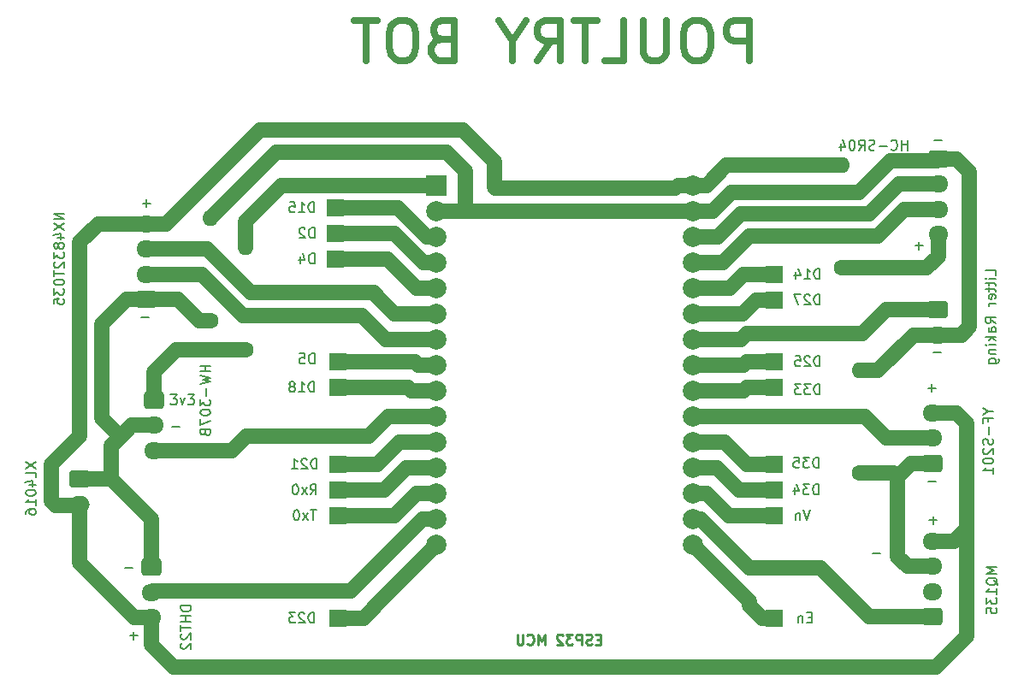
<source format=gbr>
%TF.GenerationSoftware,KiCad,Pcbnew,7.0.10*%
%TF.CreationDate,2024-02-21T13:04:12+05:00*%
%TF.ProjectId,Circuit for 3rd Milestone,43697263-7569-4742-9066-6f7220337264,rev?*%
%TF.SameCoordinates,Original*%
%TF.FileFunction,Copper,L2,Bot*%
%TF.FilePolarity,Positive*%
%FSLAX46Y46*%
G04 Gerber Fmt 4.6, Leading zero omitted, Abs format (unit mm)*
G04 Created by KiCad (PCBNEW 7.0.10) date 2024-02-21 13:04:12*
%MOMM*%
%LPD*%
G01*
G04 APERTURE LIST*
G04 Aperture macros list*
%AMRoundRect*
0 Rectangle with rounded corners*
0 $1 Rounding radius*
0 $2 $3 $4 $5 $6 $7 $8 $9 X,Y pos of 4 corners*
0 Add a 4 corners polygon primitive as box body*
4,1,4,$2,$3,$4,$5,$6,$7,$8,$9,$2,$3,0*
0 Add four circle primitives for the rounded corners*
1,1,$1+$1,$2,$3*
1,1,$1+$1,$4,$5*
1,1,$1+$1,$6,$7*
1,1,$1+$1,$8,$9*
0 Add four rect primitives between the rounded corners*
20,1,$1+$1,$2,$3,$4,$5,0*
20,1,$1+$1,$4,$5,$6,$7,0*
20,1,$1+$1,$6,$7,$8,$9,0*
20,1,$1+$1,$8,$9,$2,$3,0*%
G04 Aperture macros list end*
%ADD10C,0.200000*%
%TA.AperFunction,NonConductor*%
%ADD11C,0.200000*%
%TD*%
%ADD12C,0.700000*%
%TA.AperFunction,NonConductor*%
%ADD13C,0.700000*%
%TD*%
%ADD14C,0.150000*%
%TA.AperFunction,NonConductor*%
%ADD15C,0.150000*%
%TD*%
%ADD16C,0.250000*%
%TA.AperFunction,NonConductor*%
%ADD17C,0.250000*%
%TD*%
%TA.AperFunction,ComponentPad*%
%ADD18R,1.700000X1.700000*%
%TD*%
%TA.AperFunction,ComponentPad*%
%ADD19RoundRect,0.250000X0.725000X-0.600000X0.725000X0.600000X-0.725000X0.600000X-0.725000X-0.600000X0*%
%TD*%
%TA.AperFunction,ComponentPad*%
%ADD20O,1.950000X1.700000*%
%TD*%
%TA.AperFunction,ComponentPad*%
%ADD21RoundRect,0.250000X-0.725000X0.600000X-0.725000X-0.600000X0.725000X-0.600000X0.725000X0.600000X0*%
%TD*%
%TA.AperFunction,ComponentPad*%
%ADD22C,1.600000*%
%TD*%
%TA.AperFunction,ComponentPad*%
%ADD23O,1.600000X1.600000*%
%TD*%
%TA.AperFunction,ComponentPad*%
%ADD24RoundRect,0.250000X-0.750000X0.600000X-0.750000X-0.600000X0.750000X-0.600000X0.750000X0.600000X0*%
%TD*%
%TA.AperFunction,ComponentPad*%
%ADD25O,2.000000X1.700000*%
%TD*%
%TA.AperFunction,ComponentPad*%
%ADD26R,2.000000X2.000000*%
%TD*%
%TA.AperFunction,ComponentPad*%
%ADD27C,2.000000*%
%TD*%
%TA.AperFunction,Conductor*%
%ADD28C,1.500000*%
%TD*%
%TA.AperFunction,Conductor*%
%ADD29C,1.000000*%
%TD*%
%TA.AperFunction,Conductor*%
%ADD30C,0.500000*%
%TD*%
G04 APERTURE END LIST*
D10*
D11*
X218440048Y-109291266D02*
X219201953Y-109291266D01*
X218821000Y-109672219D02*
X218821000Y-108910314D01*
D10*
D11*
X140589048Y-102306266D02*
X141350953Y-102306266D01*
D10*
D11*
X143637048Y-113101266D02*
X144398953Y-113101266D01*
D10*
D11*
X140716048Y-91003266D02*
X141477953Y-91003266D01*
X141097000Y-91384219D02*
X141097000Y-90622314D01*
D10*
D11*
X219075048Y-84780266D02*
X219836953Y-84780266D01*
D12*
D13*
X200721094Y-76871076D02*
X200721094Y-72871076D01*
X200721094Y-72871076D02*
X199197284Y-72871076D01*
X199197284Y-72871076D02*
X198816332Y-73061552D01*
X198816332Y-73061552D02*
X198625855Y-73252028D01*
X198625855Y-73252028D02*
X198435379Y-73632980D01*
X198435379Y-73632980D02*
X198435379Y-74204409D01*
X198435379Y-74204409D02*
X198625855Y-74585361D01*
X198625855Y-74585361D02*
X198816332Y-74775838D01*
X198816332Y-74775838D02*
X199197284Y-74966314D01*
X199197284Y-74966314D02*
X200721094Y-74966314D01*
X195959189Y-72871076D02*
X195197284Y-72871076D01*
X195197284Y-72871076D02*
X194816332Y-73061552D01*
X194816332Y-73061552D02*
X194435379Y-73442504D01*
X194435379Y-73442504D02*
X194244903Y-74204409D01*
X194244903Y-74204409D02*
X194244903Y-75537742D01*
X194244903Y-75537742D02*
X194435379Y-76299647D01*
X194435379Y-76299647D02*
X194816332Y-76680600D01*
X194816332Y-76680600D02*
X195197284Y-76871076D01*
X195197284Y-76871076D02*
X195959189Y-76871076D01*
X195959189Y-76871076D02*
X196340141Y-76680600D01*
X196340141Y-76680600D02*
X196721094Y-76299647D01*
X196721094Y-76299647D02*
X196911570Y-75537742D01*
X196911570Y-75537742D02*
X196911570Y-74204409D01*
X196911570Y-74204409D02*
X196721094Y-73442504D01*
X196721094Y-73442504D02*
X196340141Y-73061552D01*
X196340141Y-73061552D02*
X195959189Y-72871076D01*
X192530618Y-72871076D02*
X192530618Y-76109171D01*
X192530618Y-76109171D02*
X192340141Y-76490123D01*
X192340141Y-76490123D02*
X192149665Y-76680600D01*
X192149665Y-76680600D02*
X191768713Y-76871076D01*
X191768713Y-76871076D02*
X191006808Y-76871076D01*
X191006808Y-76871076D02*
X190625856Y-76680600D01*
X190625856Y-76680600D02*
X190435379Y-76490123D01*
X190435379Y-76490123D02*
X190244903Y-76109171D01*
X190244903Y-76109171D02*
X190244903Y-72871076D01*
X186435380Y-76871076D02*
X188340142Y-76871076D01*
X188340142Y-76871076D02*
X188340142Y-72871076D01*
X185673475Y-72871076D02*
X183387761Y-72871076D01*
X184530618Y-76871076D02*
X184530618Y-72871076D01*
X179768713Y-76871076D02*
X181102047Y-74966314D01*
X182054428Y-76871076D02*
X182054428Y-72871076D01*
X182054428Y-72871076D02*
X180530618Y-72871076D01*
X180530618Y-72871076D02*
X180149666Y-73061552D01*
X180149666Y-73061552D02*
X179959189Y-73252028D01*
X179959189Y-73252028D02*
X179768713Y-73632980D01*
X179768713Y-73632980D02*
X179768713Y-74204409D01*
X179768713Y-74204409D02*
X179959189Y-74585361D01*
X179959189Y-74585361D02*
X180149666Y-74775838D01*
X180149666Y-74775838D02*
X180530618Y-74966314D01*
X180530618Y-74966314D02*
X182054428Y-74966314D01*
X177292523Y-74966314D02*
X177292523Y-76871076D01*
X178625856Y-72871076D02*
X177292523Y-74966314D01*
X177292523Y-74966314D02*
X175959189Y-72871076D01*
X170244904Y-74775838D02*
X169673476Y-74966314D01*
X169673476Y-74966314D02*
X169482999Y-75156790D01*
X169482999Y-75156790D02*
X169292523Y-75537742D01*
X169292523Y-75537742D02*
X169292523Y-76109171D01*
X169292523Y-76109171D02*
X169482999Y-76490123D01*
X169482999Y-76490123D02*
X169673476Y-76680600D01*
X169673476Y-76680600D02*
X170054428Y-76871076D01*
X170054428Y-76871076D02*
X171578238Y-76871076D01*
X171578238Y-76871076D02*
X171578238Y-72871076D01*
X171578238Y-72871076D02*
X170244904Y-72871076D01*
X170244904Y-72871076D02*
X169863952Y-73061552D01*
X169863952Y-73061552D02*
X169673476Y-73252028D01*
X169673476Y-73252028D02*
X169482999Y-73632980D01*
X169482999Y-73632980D02*
X169482999Y-74013933D01*
X169482999Y-74013933D02*
X169673476Y-74394885D01*
X169673476Y-74394885D02*
X169863952Y-74585361D01*
X169863952Y-74585361D02*
X170244904Y-74775838D01*
X170244904Y-74775838D02*
X171578238Y-74775838D01*
X166816333Y-72871076D02*
X166054428Y-72871076D01*
X166054428Y-72871076D02*
X165673476Y-73061552D01*
X165673476Y-73061552D02*
X165292523Y-73442504D01*
X165292523Y-73442504D02*
X165102047Y-74204409D01*
X165102047Y-74204409D02*
X165102047Y-75537742D01*
X165102047Y-75537742D02*
X165292523Y-76299647D01*
X165292523Y-76299647D02*
X165673476Y-76680600D01*
X165673476Y-76680600D02*
X166054428Y-76871076D01*
X166054428Y-76871076D02*
X166816333Y-76871076D01*
X166816333Y-76871076D02*
X167197285Y-76680600D01*
X167197285Y-76680600D02*
X167578238Y-76299647D01*
X167578238Y-76299647D02*
X167768714Y-75537742D01*
X167768714Y-75537742D02*
X167768714Y-74204409D01*
X167768714Y-74204409D02*
X167578238Y-73442504D01*
X167578238Y-73442504D02*
X167197285Y-73061552D01*
X167197285Y-73061552D02*
X166816333Y-72871076D01*
X163959190Y-72871076D02*
X161673476Y-72871076D01*
X162816333Y-76871076D02*
X162816333Y-72871076D01*
D10*
D11*
X212979048Y-125674266D02*
X213740953Y-125674266D01*
D10*
D11*
X218567048Y-122372266D02*
X219328953Y-122372266D01*
X218948000Y-122753219D02*
X218948000Y-121991314D01*
D10*
D11*
X218948048Y-105735266D02*
X219709953Y-105735266D01*
D10*
D11*
X218440048Y-118562266D02*
X219201953Y-118562266D01*
D10*
D11*
X138938048Y-127071266D02*
X139699953Y-127071266D01*
D10*
D11*
X143462524Y-109942219D02*
X144081571Y-109942219D01*
X144081571Y-109942219D02*
X143748238Y-110323171D01*
X143748238Y-110323171D02*
X143891095Y-110323171D01*
X143891095Y-110323171D02*
X143986333Y-110370790D01*
X143986333Y-110370790D02*
X144033952Y-110418409D01*
X144033952Y-110418409D02*
X144081571Y-110513647D01*
X144081571Y-110513647D02*
X144081571Y-110751742D01*
X144081571Y-110751742D02*
X144033952Y-110846980D01*
X144033952Y-110846980D02*
X143986333Y-110894600D01*
X143986333Y-110894600D02*
X143891095Y-110942219D01*
X143891095Y-110942219D02*
X143605381Y-110942219D01*
X143605381Y-110942219D02*
X143510143Y-110894600D01*
X143510143Y-110894600D02*
X143462524Y-110846980D01*
X144414905Y-110275552D02*
X144653000Y-110942219D01*
X144653000Y-110942219D02*
X144891095Y-110275552D01*
X145176810Y-109942219D02*
X145795857Y-109942219D01*
X145795857Y-109942219D02*
X145462524Y-110323171D01*
X145462524Y-110323171D02*
X145605381Y-110323171D01*
X145605381Y-110323171D02*
X145700619Y-110370790D01*
X145700619Y-110370790D02*
X145748238Y-110418409D01*
X145748238Y-110418409D02*
X145795857Y-110513647D01*
X145795857Y-110513647D02*
X145795857Y-110751742D01*
X145795857Y-110751742D02*
X145748238Y-110846980D01*
X145748238Y-110846980D02*
X145700619Y-110894600D01*
X145700619Y-110894600D02*
X145605381Y-110942219D01*
X145605381Y-110942219D02*
X145319667Y-110942219D01*
X145319667Y-110942219D02*
X145224429Y-110894600D01*
X145224429Y-110894600D02*
X145176810Y-110846980D01*
D10*
D11*
X139446048Y-133802266D02*
X140207953Y-133802266D01*
X139827000Y-134183219D02*
X139827000Y-133421314D01*
D10*
D11*
X217170048Y-95194266D02*
X217931953Y-95194266D01*
X217551000Y-95575219D02*
X217551000Y-94813314D01*
D14*
D15*
X206779713Y-121374819D02*
X206446380Y-122374819D01*
X206446380Y-122374819D02*
X206113047Y-121374819D01*
X205779713Y-121708152D02*
X205779713Y-122374819D01*
X205779713Y-121803390D02*
X205732094Y-121755771D01*
X205732094Y-121755771D02*
X205636856Y-121708152D01*
X205636856Y-121708152D02*
X205493999Y-121708152D01*
X205493999Y-121708152D02*
X205398761Y-121755771D01*
X205398761Y-121755771D02*
X205351142Y-121851009D01*
X205351142Y-121851009D02*
X205351142Y-122374819D01*
D14*
D15*
X224387628Y-111601619D02*
X224863819Y-111601619D01*
X223863819Y-111268286D02*
X224387628Y-111601619D01*
X224387628Y-111601619D02*
X223863819Y-111934952D01*
X224340009Y-112601619D02*
X224340009Y-112268286D01*
X224863819Y-112268286D02*
X223863819Y-112268286D01*
X223863819Y-112268286D02*
X223863819Y-112744476D01*
X224482866Y-113125429D02*
X224482866Y-113887334D01*
X224816200Y-114315905D02*
X224863819Y-114458762D01*
X224863819Y-114458762D02*
X224863819Y-114696857D01*
X224863819Y-114696857D02*
X224816200Y-114792095D01*
X224816200Y-114792095D02*
X224768580Y-114839714D01*
X224768580Y-114839714D02*
X224673342Y-114887333D01*
X224673342Y-114887333D02*
X224578104Y-114887333D01*
X224578104Y-114887333D02*
X224482866Y-114839714D01*
X224482866Y-114839714D02*
X224435247Y-114792095D01*
X224435247Y-114792095D02*
X224387628Y-114696857D01*
X224387628Y-114696857D02*
X224340009Y-114506381D01*
X224340009Y-114506381D02*
X224292390Y-114411143D01*
X224292390Y-114411143D02*
X224244771Y-114363524D01*
X224244771Y-114363524D02*
X224149533Y-114315905D01*
X224149533Y-114315905D02*
X224054295Y-114315905D01*
X224054295Y-114315905D02*
X223959057Y-114363524D01*
X223959057Y-114363524D02*
X223911438Y-114411143D01*
X223911438Y-114411143D02*
X223863819Y-114506381D01*
X223863819Y-114506381D02*
X223863819Y-114744476D01*
X223863819Y-114744476D02*
X223911438Y-114887333D01*
X223959057Y-115268286D02*
X223911438Y-115315905D01*
X223911438Y-115315905D02*
X223863819Y-115411143D01*
X223863819Y-115411143D02*
X223863819Y-115649238D01*
X223863819Y-115649238D02*
X223911438Y-115744476D01*
X223911438Y-115744476D02*
X223959057Y-115792095D01*
X223959057Y-115792095D02*
X224054295Y-115839714D01*
X224054295Y-115839714D02*
X224149533Y-115839714D01*
X224149533Y-115839714D02*
X224292390Y-115792095D01*
X224292390Y-115792095D02*
X224863819Y-115220667D01*
X224863819Y-115220667D02*
X224863819Y-115839714D01*
X223863819Y-116458762D02*
X223863819Y-116554000D01*
X223863819Y-116554000D02*
X223911438Y-116649238D01*
X223911438Y-116649238D02*
X223959057Y-116696857D01*
X223959057Y-116696857D02*
X224054295Y-116744476D01*
X224054295Y-116744476D02*
X224244771Y-116792095D01*
X224244771Y-116792095D02*
X224482866Y-116792095D01*
X224482866Y-116792095D02*
X224673342Y-116744476D01*
X224673342Y-116744476D02*
X224768580Y-116696857D01*
X224768580Y-116696857D02*
X224816200Y-116649238D01*
X224816200Y-116649238D02*
X224863819Y-116554000D01*
X224863819Y-116554000D02*
X224863819Y-116458762D01*
X224863819Y-116458762D02*
X224816200Y-116363524D01*
X224816200Y-116363524D02*
X224768580Y-116315905D01*
X224768580Y-116315905D02*
X224673342Y-116268286D01*
X224673342Y-116268286D02*
X224482866Y-116220667D01*
X224482866Y-116220667D02*
X224244771Y-116220667D01*
X224244771Y-116220667D02*
X224054295Y-116268286D01*
X224054295Y-116268286D02*
X223959057Y-116315905D01*
X223959057Y-116315905D02*
X223911438Y-116363524D01*
X223911438Y-116363524D02*
X223863819Y-116458762D01*
X224863819Y-117744476D02*
X224863819Y-117173048D01*
X224863819Y-117458762D02*
X223863819Y-117458762D01*
X223863819Y-117458762D02*
X224006676Y-117363524D01*
X224006676Y-117363524D02*
X224101914Y-117268286D01*
X224101914Y-117268286D02*
X224149533Y-117173048D01*
D14*
D15*
X207589285Y-117167819D02*
X207589285Y-116167819D01*
X207589285Y-116167819D02*
X207351190Y-116167819D01*
X207351190Y-116167819D02*
X207208333Y-116215438D01*
X207208333Y-116215438D02*
X207113095Y-116310676D01*
X207113095Y-116310676D02*
X207065476Y-116405914D01*
X207065476Y-116405914D02*
X207017857Y-116596390D01*
X207017857Y-116596390D02*
X207017857Y-116739247D01*
X207017857Y-116739247D02*
X207065476Y-116929723D01*
X207065476Y-116929723D02*
X207113095Y-117024961D01*
X207113095Y-117024961D02*
X207208333Y-117120200D01*
X207208333Y-117120200D02*
X207351190Y-117167819D01*
X207351190Y-117167819D02*
X207589285Y-117167819D01*
X206684523Y-116167819D02*
X206065476Y-116167819D01*
X206065476Y-116167819D02*
X206398809Y-116548771D01*
X206398809Y-116548771D02*
X206255952Y-116548771D01*
X206255952Y-116548771D02*
X206160714Y-116596390D01*
X206160714Y-116596390D02*
X206113095Y-116644009D01*
X206113095Y-116644009D02*
X206065476Y-116739247D01*
X206065476Y-116739247D02*
X206065476Y-116977342D01*
X206065476Y-116977342D02*
X206113095Y-117072580D01*
X206113095Y-117072580D02*
X206160714Y-117120200D01*
X206160714Y-117120200D02*
X206255952Y-117167819D01*
X206255952Y-117167819D02*
X206541666Y-117167819D01*
X206541666Y-117167819D02*
X206636904Y-117120200D01*
X206636904Y-117120200D02*
X206684523Y-117072580D01*
X205160714Y-116167819D02*
X205636904Y-116167819D01*
X205636904Y-116167819D02*
X205684523Y-116644009D01*
X205684523Y-116644009D02*
X205636904Y-116596390D01*
X205636904Y-116596390D02*
X205541666Y-116548771D01*
X205541666Y-116548771D02*
X205303571Y-116548771D01*
X205303571Y-116548771D02*
X205208333Y-116596390D01*
X205208333Y-116596390D02*
X205160714Y-116644009D01*
X205160714Y-116644009D02*
X205113095Y-116739247D01*
X205113095Y-116739247D02*
X205113095Y-116977342D01*
X205113095Y-116977342D02*
X205160714Y-117072580D01*
X205160714Y-117072580D02*
X205208333Y-117120200D01*
X205208333Y-117120200D02*
X205303571Y-117167819D01*
X205303571Y-117167819D02*
X205541666Y-117167819D01*
X205541666Y-117167819D02*
X205636904Y-117120200D01*
X205636904Y-117120200D02*
X205684523Y-117072580D01*
D14*
D15*
X147393819Y-107085238D02*
X146393819Y-107085238D01*
X146870009Y-107085238D02*
X146870009Y-107656666D01*
X147393819Y-107656666D02*
X146393819Y-107656666D01*
X146393819Y-108037619D02*
X147393819Y-108275714D01*
X147393819Y-108275714D02*
X146679533Y-108466190D01*
X146679533Y-108466190D02*
X147393819Y-108656666D01*
X147393819Y-108656666D02*
X146393819Y-108894762D01*
X147012866Y-109275714D02*
X147012866Y-110037619D01*
X146393819Y-110418571D02*
X146393819Y-111037618D01*
X146393819Y-111037618D02*
X146774771Y-110704285D01*
X146774771Y-110704285D02*
X146774771Y-110847142D01*
X146774771Y-110847142D02*
X146822390Y-110942380D01*
X146822390Y-110942380D02*
X146870009Y-110989999D01*
X146870009Y-110989999D02*
X146965247Y-111037618D01*
X146965247Y-111037618D02*
X147203342Y-111037618D01*
X147203342Y-111037618D02*
X147298580Y-110989999D01*
X147298580Y-110989999D02*
X147346200Y-110942380D01*
X147346200Y-110942380D02*
X147393819Y-110847142D01*
X147393819Y-110847142D02*
X147393819Y-110561428D01*
X147393819Y-110561428D02*
X147346200Y-110466190D01*
X147346200Y-110466190D02*
X147298580Y-110418571D01*
X146393819Y-111656666D02*
X146393819Y-111751904D01*
X146393819Y-111751904D02*
X146441438Y-111847142D01*
X146441438Y-111847142D02*
X146489057Y-111894761D01*
X146489057Y-111894761D02*
X146584295Y-111942380D01*
X146584295Y-111942380D02*
X146774771Y-111989999D01*
X146774771Y-111989999D02*
X147012866Y-111989999D01*
X147012866Y-111989999D02*
X147203342Y-111942380D01*
X147203342Y-111942380D02*
X147298580Y-111894761D01*
X147298580Y-111894761D02*
X147346200Y-111847142D01*
X147346200Y-111847142D02*
X147393819Y-111751904D01*
X147393819Y-111751904D02*
X147393819Y-111656666D01*
X147393819Y-111656666D02*
X147346200Y-111561428D01*
X147346200Y-111561428D02*
X147298580Y-111513809D01*
X147298580Y-111513809D02*
X147203342Y-111466190D01*
X147203342Y-111466190D02*
X147012866Y-111418571D01*
X147012866Y-111418571D02*
X146774771Y-111418571D01*
X146774771Y-111418571D02*
X146584295Y-111466190D01*
X146584295Y-111466190D02*
X146489057Y-111513809D01*
X146489057Y-111513809D02*
X146441438Y-111561428D01*
X146441438Y-111561428D02*
X146393819Y-111656666D01*
X146393819Y-112323333D02*
X146393819Y-112989999D01*
X146393819Y-112989999D02*
X147393819Y-112561428D01*
X146870009Y-113704285D02*
X146917628Y-113847142D01*
X146917628Y-113847142D02*
X146965247Y-113894761D01*
X146965247Y-113894761D02*
X147060485Y-113942380D01*
X147060485Y-113942380D02*
X147203342Y-113942380D01*
X147203342Y-113942380D02*
X147298580Y-113894761D01*
X147298580Y-113894761D02*
X147346200Y-113847142D01*
X147346200Y-113847142D02*
X147393819Y-113751904D01*
X147393819Y-113751904D02*
X147393819Y-113370952D01*
X147393819Y-113370952D02*
X146393819Y-113370952D01*
X146393819Y-113370952D02*
X146393819Y-113704285D01*
X146393819Y-113704285D02*
X146441438Y-113799523D01*
X146441438Y-113799523D02*
X146489057Y-113847142D01*
X146489057Y-113847142D02*
X146584295Y-113894761D01*
X146584295Y-113894761D02*
X146679533Y-113894761D01*
X146679533Y-113894761D02*
X146774771Y-113847142D01*
X146774771Y-113847142D02*
X146822390Y-113799523D01*
X146822390Y-113799523D02*
X146870009Y-113704285D01*
X146870009Y-113704285D02*
X146870009Y-113370952D01*
D14*
D15*
X157932285Y-117294819D02*
X157932285Y-116294819D01*
X157932285Y-116294819D02*
X157694190Y-116294819D01*
X157694190Y-116294819D02*
X157551333Y-116342438D01*
X157551333Y-116342438D02*
X157456095Y-116437676D01*
X157456095Y-116437676D02*
X157408476Y-116532914D01*
X157408476Y-116532914D02*
X157360857Y-116723390D01*
X157360857Y-116723390D02*
X157360857Y-116866247D01*
X157360857Y-116866247D02*
X157408476Y-117056723D01*
X157408476Y-117056723D02*
X157456095Y-117151961D01*
X157456095Y-117151961D02*
X157551333Y-117247200D01*
X157551333Y-117247200D02*
X157694190Y-117294819D01*
X157694190Y-117294819D02*
X157932285Y-117294819D01*
X156979904Y-116390057D02*
X156932285Y-116342438D01*
X156932285Y-116342438D02*
X156837047Y-116294819D01*
X156837047Y-116294819D02*
X156598952Y-116294819D01*
X156598952Y-116294819D02*
X156503714Y-116342438D01*
X156503714Y-116342438D02*
X156456095Y-116390057D01*
X156456095Y-116390057D02*
X156408476Y-116485295D01*
X156408476Y-116485295D02*
X156408476Y-116580533D01*
X156408476Y-116580533D02*
X156456095Y-116723390D01*
X156456095Y-116723390D02*
X157027523Y-117294819D01*
X157027523Y-117294819D02*
X156408476Y-117294819D01*
X155456095Y-117294819D02*
X156027523Y-117294819D01*
X155741809Y-117294819D02*
X155741809Y-116294819D01*
X155741809Y-116294819D02*
X155837047Y-116437676D01*
X155837047Y-116437676D02*
X155932285Y-116532914D01*
X155932285Y-116532914D02*
X156027523Y-116580533D01*
D14*
D15*
X157289428Y-119834819D02*
X157622761Y-119358628D01*
X157860856Y-119834819D02*
X157860856Y-118834819D01*
X157860856Y-118834819D02*
X157479904Y-118834819D01*
X157479904Y-118834819D02*
X157384666Y-118882438D01*
X157384666Y-118882438D02*
X157337047Y-118930057D01*
X157337047Y-118930057D02*
X157289428Y-119025295D01*
X157289428Y-119025295D02*
X157289428Y-119168152D01*
X157289428Y-119168152D02*
X157337047Y-119263390D01*
X157337047Y-119263390D02*
X157384666Y-119311009D01*
X157384666Y-119311009D02*
X157479904Y-119358628D01*
X157479904Y-119358628D02*
X157860856Y-119358628D01*
X156956094Y-119834819D02*
X156432285Y-119168152D01*
X156956094Y-119168152D02*
X156432285Y-119834819D01*
X155860856Y-118834819D02*
X155765618Y-118834819D01*
X155765618Y-118834819D02*
X155670380Y-118882438D01*
X155670380Y-118882438D02*
X155622761Y-118930057D01*
X155622761Y-118930057D02*
X155575142Y-119025295D01*
X155575142Y-119025295D02*
X155527523Y-119215771D01*
X155527523Y-119215771D02*
X155527523Y-119453866D01*
X155527523Y-119453866D02*
X155575142Y-119644342D01*
X155575142Y-119644342D02*
X155622761Y-119739580D01*
X155622761Y-119739580D02*
X155670380Y-119787200D01*
X155670380Y-119787200D02*
X155765618Y-119834819D01*
X155765618Y-119834819D02*
X155860856Y-119834819D01*
X155860856Y-119834819D02*
X155956094Y-119787200D01*
X155956094Y-119787200D02*
X156003713Y-119739580D01*
X156003713Y-119739580D02*
X156051332Y-119644342D01*
X156051332Y-119644342D02*
X156098951Y-119453866D01*
X156098951Y-119453866D02*
X156098951Y-119215771D01*
X156098951Y-119215771D02*
X156051332Y-119025295D01*
X156051332Y-119025295D02*
X156003713Y-118930057D01*
X156003713Y-118930057D02*
X155956094Y-118882438D01*
X155956094Y-118882438D02*
X155860856Y-118834819D01*
D14*
D15*
X145488819Y-130849952D02*
X144488819Y-130849952D01*
X144488819Y-130849952D02*
X144488819Y-131088047D01*
X144488819Y-131088047D02*
X144536438Y-131230904D01*
X144536438Y-131230904D02*
X144631676Y-131326142D01*
X144631676Y-131326142D02*
X144726914Y-131373761D01*
X144726914Y-131373761D02*
X144917390Y-131421380D01*
X144917390Y-131421380D02*
X145060247Y-131421380D01*
X145060247Y-131421380D02*
X145250723Y-131373761D01*
X145250723Y-131373761D02*
X145345961Y-131326142D01*
X145345961Y-131326142D02*
X145441200Y-131230904D01*
X145441200Y-131230904D02*
X145488819Y-131088047D01*
X145488819Y-131088047D02*
X145488819Y-130849952D01*
X145488819Y-131849952D02*
X144488819Y-131849952D01*
X144965009Y-131849952D02*
X144965009Y-132421380D01*
X145488819Y-132421380D02*
X144488819Y-132421380D01*
X144488819Y-132754714D02*
X144488819Y-133326142D01*
X145488819Y-133040428D02*
X144488819Y-133040428D01*
X144584057Y-133611857D02*
X144536438Y-133659476D01*
X144536438Y-133659476D02*
X144488819Y-133754714D01*
X144488819Y-133754714D02*
X144488819Y-133992809D01*
X144488819Y-133992809D02*
X144536438Y-134088047D01*
X144536438Y-134088047D02*
X144584057Y-134135666D01*
X144584057Y-134135666D02*
X144679295Y-134183285D01*
X144679295Y-134183285D02*
X144774533Y-134183285D01*
X144774533Y-134183285D02*
X144917390Y-134135666D01*
X144917390Y-134135666D02*
X145488819Y-133564238D01*
X145488819Y-133564238D02*
X145488819Y-134183285D01*
X144584057Y-134564238D02*
X144536438Y-134611857D01*
X144536438Y-134611857D02*
X144488819Y-134707095D01*
X144488819Y-134707095D02*
X144488819Y-134945190D01*
X144488819Y-134945190D02*
X144536438Y-135040428D01*
X144536438Y-135040428D02*
X144584057Y-135088047D01*
X144584057Y-135088047D02*
X144679295Y-135135666D01*
X144679295Y-135135666D02*
X144774533Y-135135666D01*
X144774533Y-135135666D02*
X144917390Y-135088047D01*
X144917390Y-135088047D02*
X145488819Y-134516619D01*
X145488819Y-134516619D02*
X145488819Y-135135666D01*
D14*
D15*
X206914666Y-132011009D02*
X206581333Y-132011009D01*
X206438476Y-132534819D02*
X206914666Y-132534819D01*
X206914666Y-132534819D02*
X206914666Y-131534819D01*
X206914666Y-131534819D02*
X206438476Y-131534819D01*
X206009904Y-131868152D02*
X206009904Y-132534819D01*
X206009904Y-131963390D02*
X205962285Y-131915771D01*
X205962285Y-131915771D02*
X205867047Y-131868152D01*
X205867047Y-131868152D02*
X205724190Y-131868152D01*
X205724190Y-131868152D02*
X205628952Y-131915771D01*
X205628952Y-131915771D02*
X205581333Y-132011009D01*
X205581333Y-132011009D02*
X205581333Y-132534819D01*
D14*
D15*
X132915819Y-92003809D02*
X131915819Y-92003809D01*
X131915819Y-92003809D02*
X132915819Y-92575237D01*
X132915819Y-92575237D02*
X131915819Y-92575237D01*
X131915819Y-92956190D02*
X132915819Y-93622856D01*
X131915819Y-93622856D02*
X132915819Y-92956190D01*
X132249152Y-94432380D02*
X132915819Y-94432380D01*
X131868200Y-94194285D02*
X132582485Y-93956190D01*
X132582485Y-93956190D02*
X132582485Y-94575237D01*
X132344390Y-95099047D02*
X132296771Y-95003809D01*
X132296771Y-95003809D02*
X132249152Y-94956190D01*
X132249152Y-94956190D02*
X132153914Y-94908571D01*
X132153914Y-94908571D02*
X132106295Y-94908571D01*
X132106295Y-94908571D02*
X132011057Y-94956190D01*
X132011057Y-94956190D02*
X131963438Y-95003809D01*
X131963438Y-95003809D02*
X131915819Y-95099047D01*
X131915819Y-95099047D02*
X131915819Y-95289523D01*
X131915819Y-95289523D02*
X131963438Y-95384761D01*
X131963438Y-95384761D02*
X132011057Y-95432380D01*
X132011057Y-95432380D02*
X132106295Y-95479999D01*
X132106295Y-95479999D02*
X132153914Y-95479999D01*
X132153914Y-95479999D02*
X132249152Y-95432380D01*
X132249152Y-95432380D02*
X132296771Y-95384761D01*
X132296771Y-95384761D02*
X132344390Y-95289523D01*
X132344390Y-95289523D02*
X132344390Y-95099047D01*
X132344390Y-95099047D02*
X132392009Y-95003809D01*
X132392009Y-95003809D02*
X132439628Y-94956190D01*
X132439628Y-94956190D02*
X132534866Y-94908571D01*
X132534866Y-94908571D02*
X132725342Y-94908571D01*
X132725342Y-94908571D02*
X132820580Y-94956190D01*
X132820580Y-94956190D02*
X132868200Y-95003809D01*
X132868200Y-95003809D02*
X132915819Y-95099047D01*
X132915819Y-95099047D02*
X132915819Y-95289523D01*
X132915819Y-95289523D02*
X132868200Y-95384761D01*
X132868200Y-95384761D02*
X132820580Y-95432380D01*
X132820580Y-95432380D02*
X132725342Y-95479999D01*
X132725342Y-95479999D02*
X132534866Y-95479999D01*
X132534866Y-95479999D02*
X132439628Y-95432380D01*
X132439628Y-95432380D02*
X132392009Y-95384761D01*
X132392009Y-95384761D02*
X132344390Y-95289523D01*
X131915819Y-95813333D02*
X131915819Y-96432380D01*
X131915819Y-96432380D02*
X132296771Y-96099047D01*
X132296771Y-96099047D02*
X132296771Y-96241904D01*
X132296771Y-96241904D02*
X132344390Y-96337142D01*
X132344390Y-96337142D02*
X132392009Y-96384761D01*
X132392009Y-96384761D02*
X132487247Y-96432380D01*
X132487247Y-96432380D02*
X132725342Y-96432380D01*
X132725342Y-96432380D02*
X132820580Y-96384761D01*
X132820580Y-96384761D02*
X132868200Y-96337142D01*
X132868200Y-96337142D02*
X132915819Y-96241904D01*
X132915819Y-96241904D02*
X132915819Y-95956190D01*
X132915819Y-95956190D02*
X132868200Y-95860952D01*
X132868200Y-95860952D02*
X132820580Y-95813333D01*
X132011057Y-96813333D02*
X131963438Y-96860952D01*
X131963438Y-96860952D02*
X131915819Y-96956190D01*
X131915819Y-96956190D02*
X131915819Y-97194285D01*
X131915819Y-97194285D02*
X131963438Y-97289523D01*
X131963438Y-97289523D02*
X132011057Y-97337142D01*
X132011057Y-97337142D02*
X132106295Y-97384761D01*
X132106295Y-97384761D02*
X132201533Y-97384761D01*
X132201533Y-97384761D02*
X132344390Y-97337142D01*
X132344390Y-97337142D02*
X132915819Y-96765714D01*
X132915819Y-96765714D02*
X132915819Y-97384761D01*
X131915819Y-97670476D02*
X131915819Y-98241904D01*
X132915819Y-97956190D02*
X131915819Y-97956190D01*
X131915819Y-98765714D02*
X131915819Y-98860952D01*
X131915819Y-98860952D02*
X131963438Y-98956190D01*
X131963438Y-98956190D02*
X132011057Y-99003809D01*
X132011057Y-99003809D02*
X132106295Y-99051428D01*
X132106295Y-99051428D02*
X132296771Y-99099047D01*
X132296771Y-99099047D02*
X132534866Y-99099047D01*
X132534866Y-99099047D02*
X132725342Y-99051428D01*
X132725342Y-99051428D02*
X132820580Y-99003809D01*
X132820580Y-99003809D02*
X132868200Y-98956190D01*
X132868200Y-98956190D02*
X132915819Y-98860952D01*
X132915819Y-98860952D02*
X132915819Y-98765714D01*
X132915819Y-98765714D02*
X132868200Y-98670476D01*
X132868200Y-98670476D02*
X132820580Y-98622857D01*
X132820580Y-98622857D02*
X132725342Y-98575238D01*
X132725342Y-98575238D02*
X132534866Y-98527619D01*
X132534866Y-98527619D02*
X132296771Y-98527619D01*
X132296771Y-98527619D02*
X132106295Y-98575238D01*
X132106295Y-98575238D02*
X132011057Y-98622857D01*
X132011057Y-98622857D02*
X131963438Y-98670476D01*
X131963438Y-98670476D02*
X131915819Y-98765714D01*
X131915819Y-99432381D02*
X131915819Y-100051428D01*
X131915819Y-100051428D02*
X132296771Y-99718095D01*
X132296771Y-99718095D02*
X132296771Y-99860952D01*
X132296771Y-99860952D02*
X132344390Y-99956190D01*
X132344390Y-99956190D02*
X132392009Y-100003809D01*
X132392009Y-100003809D02*
X132487247Y-100051428D01*
X132487247Y-100051428D02*
X132725342Y-100051428D01*
X132725342Y-100051428D02*
X132820580Y-100003809D01*
X132820580Y-100003809D02*
X132868200Y-99956190D01*
X132868200Y-99956190D02*
X132915819Y-99860952D01*
X132915819Y-99860952D02*
X132915819Y-99575238D01*
X132915819Y-99575238D02*
X132868200Y-99480000D01*
X132868200Y-99480000D02*
X132820580Y-99432381D01*
X131915819Y-100956190D02*
X131915819Y-100480000D01*
X131915819Y-100480000D02*
X132392009Y-100432381D01*
X132392009Y-100432381D02*
X132344390Y-100480000D01*
X132344390Y-100480000D02*
X132296771Y-100575238D01*
X132296771Y-100575238D02*
X132296771Y-100813333D01*
X132296771Y-100813333D02*
X132344390Y-100908571D01*
X132344390Y-100908571D02*
X132392009Y-100956190D01*
X132392009Y-100956190D02*
X132487247Y-101003809D01*
X132487247Y-101003809D02*
X132725342Y-101003809D01*
X132725342Y-101003809D02*
X132820580Y-100956190D01*
X132820580Y-100956190D02*
X132868200Y-100908571D01*
X132868200Y-100908571D02*
X132915819Y-100813333D01*
X132915819Y-100813333D02*
X132915819Y-100575238D01*
X132915819Y-100575238D02*
X132868200Y-100480000D01*
X132868200Y-100480000D02*
X132820580Y-100432381D01*
D14*
D15*
X207589285Y-119834819D02*
X207589285Y-118834819D01*
X207589285Y-118834819D02*
X207351190Y-118834819D01*
X207351190Y-118834819D02*
X207208333Y-118882438D01*
X207208333Y-118882438D02*
X207113095Y-118977676D01*
X207113095Y-118977676D02*
X207065476Y-119072914D01*
X207065476Y-119072914D02*
X207017857Y-119263390D01*
X207017857Y-119263390D02*
X207017857Y-119406247D01*
X207017857Y-119406247D02*
X207065476Y-119596723D01*
X207065476Y-119596723D02*
X207113095Y-119691961D01*
X207113095Y-119691961D02*
X207208333Y-119787200D01*
X207208333Y-119787200D02*
X207351190Y-119834819D01*
X207351190Y-119834819D02*
X207589285Y-119834819D01*
X206684523Y-118834819D02*
X206065476Y-118834819D01*
X206065476Y-118834819D02*
X206398809Y-119215771D01*
X206398809Y-119215771D02*
X206255952Y-119215771D01*
X206255952Y-119215771D02*
X206160714Y-119263390D01*
X206160714Y-119263390D02*
X206113095Y-119311009D01*
X206113095Y-119311009D02*
X206065476Y-119406247D01*
X206065476Y-119406247D02*
X206065476Y-119644342D01*
X206065476Y-119644342D02*
X206113095Y-119739580D01*
X206113095Y-119739580D02*
X206160714Y-119787200D01*
X206160714Y-119787200D02*
X206255952Y-119834819D01*
X206255952Y-119834819D02*
X206541666Y-119834819D01*
X206541666Y-119834819D02*
X206636904Y-119787200D01*
X206636904Y-119787200D02*
X206684523Y-119739580D01*
X205208333Y-119168152D02*
X205208333Y-119834819D01*
X205446428Y-118787200D02*
X205684523Y-119501485D01*
X205684523Y-119501485D02*
X205065476Y-119501485D01*
D14*
D15*
X129121819Y-116610143D02*
X130121819Y-117276809D01*
X129121819Y-117276809D02*
X130121819Y-116610143D01*
X130121819Y-118133952D02*
X130121819Y-117657762D01*
X130121819Y-117657762D02*
X129121819Y-117657762D01*
X129455152Y-118895857D02*
X130121819Y-118895857D01*
X129074200Y-118657762D02*
X129788485Y-118419667D01*
X129788485Y-118419667D02*
X129788485Y-119038714D01*
X129121819Y-119610143D02*
X129121819Y-119705381D01*
X129121819Y-119705381D02*
X129169438Y-119800619D01*
X129169438Y-119800619D02*
X129217057Y-119848238D01*
X129217057Y-119848238D02*
X129312295Y-119895857D01*
X129312295Y-119895857D02*
X129502771Y-119943476D01*
X129502771Y-119943476D02*
X129740866Y-119943476D01*
X129740866Y-119943476D02*
X129931342Y-119895857D01*
X129931342Y-119895857D02*
X130026580Y-119848238D01*
X130026580Y-119848238D02*
X130074200Y-119800619D01*
X130074200Y-119800619D02*
X130121819Y-119705381D01*
X130121819Y-119705381D02*
X130121819Y-119610143D01*
X130121819Y-119610143D02*
X130074200Y-119514905D01*
X130074200Y-119514905D02*
X130026580Y-119467286D01*
X130026580Y-119467286D02*
X129931342Y-119419667D01*
X129931342Y-119419667D02*
X129740866Y-119372048D01*
X129740866Y-119372048D02*
X129502771Y-119372048D01*
X129502771Y-119372048D02*
X129312295Y-119419667D01*
X129312295Y-119419667D02*
X129217057Y-119467286D01*
X129217057Y-119467286D02*
X129169438Y-119514905D01*
X129169438Y-119514905D02*
X129121819Y-119610143D01*
X130121819Y-120895857D02*
X130121819Y-120324429D01*
X130121819Y-120610143D02*
X129121819Y-120610143D01*
X129121819Y-120610143D02*
X129264676Y-120514905D01*
X129264676Y-120514905D02*
X129359914Y-120419667D01*
X129359914Y-120419667D02*
X129407533Y-120324429D01*
X129121819Y-121753000D02*
X129121819Y-121562524D01*
X129121819Y-121562524D02*
X129169438Y-121467286D01*
X129169438Y-121467286D02*
X129217057Y-121419667D01*
X129217057Y-121419667D02*
X129359914Y-121324429D01*
X129359914Y-121324429D02*
X129550390Y-121276810D01*
X129550390Y-121276810D02*
X129931342Y-121276810D01*
X129931342Y-121276810D02*
X130026580Y-121324429D01*
X130026580Y-121324429D02*
X130074200Y-121372048D01*
X130074200Y-121372048D02*
X130121819Y-121467286D01*
X130121819Y-121467286D02*
X130121819Y-121657762D01*
X130121819Y-121657762D02*
X130074200Y-121753000D01*
X130074200Y-121753000D02*
X130026580Y-121800619D01*
X130026580Y-121800619D02*
X129931342Y-121848238D01*
X129931342Y-121848238D02*
X129693247Y-121848238D01*
X129693247Y-121848238D02*
X129598009Y-121800619D01*
X129598009Y-121800619D02*
X129550390Y-121753000D01*
X129550390Y-121753000D02*
X129502771Y-121657762D01*
X129502771Y-121657762D02*
X129502771Y-121467286D01*
X129502771Y-121467286D02*
X129550390Y-121372048D01*
X129550390Y-121372048D02*
X129598009Y-121324429D01*
X129598009Y-121324429D02*
X129693247Y-121276810D01*
D14*
D15*
X207716285Y-109928819D02*
X207716285Y-108928819D01*
X207716285Y-108928819D02*
X207478190Y-108928819D01*
X207478190Y-108928819D02*
X207335333Y-108976438D01*
X207335333Y-108976438D02*
X207240095Y-109071676D01*
X207240095Y-109071676D02*
X207192476Y-109166914D01*
X207192476Y-109166914D02*
X207144857Y-109357390D01*
X207144857Y-109357390D02*
X207144857Y-109500247D01*
X207144857Y-109500247D02*
X207192476Y-109690723D01*
X207192476Y-109690723D02*
X207240095Y-109785961D01*
X207240095Y-109785961D02*
X207335333Y-109881200D01*
X207335333Y-109881200D02*
X207478190Y-109928819D01*
X207478190Y-109928819D02*
X207716285Y-109928819D01*
X206811523Y-108928819D02*
X206192476Y-108928819D01*
X206192476Y-108928819D02*
X206525809Y-109309771D01*
X206525809Y-109309771D02*
X206382952Y-109309771D01*
X206382952Y-109309771D02*
X206287714Y-109357390D01*
X206287714Y-109357390D02*
X206240095Y-109405009D01*
X206240095Y-109405009D02*
X206192476Y-109500247D01*
X206192476Y-109500247D02*
X206192476Y-109738342D01*
X206192476Y-109738342D02*
X206240095Y-109833580D01*
X206240095Y-109833580D02*
X206287714Y-109881200D01*
X206287714Y-109881200D02*
X206382952Y-109928819D01*
X206382952Y-109928819D02*
X206668666Y-109928819D01*
X206668666Y-109928819D02*
X206763904Y-109881200D01*
X206763904Y-109881200D02*
X206811523Y-109833580D01*
X205859142Y-108928819D02*
X205240095Y-108928819D01*
X205240095Y-108928819D02*
X205573428Y-109309771D01*
X205573428Y-109309771D02*
X205430571Y-109309771D01*
X205430571Y-109309771D02*
X205335333Y-109357390D01*
X205335333Y-109357390D02*
X205287714Y-109405009D01*
X205287714Y-109405009D02*
X205240095Y-109500247D01*
X205240095Y-109500247D02*
X205240095Y-109738342D01*
X205240095Y-109738342D02*
X205287714Y-109833580D01*
X205287714Y-109833580D02*
X205335333Y-109881200D01*
X205335333Y-109881200D02*
X205430571Y-109928819D01*
X205430571Y-109928819D02*
X205716285Y-109928819D01*
X205716285Y-109928819D02*
X205811523Y-109881200D01*
X205811523Y-109881200D02*
X205859142Y-109833580D01*
D14*
D15*
X207716285Y-101038819D02*
X207716285Y-100038819D01*
X207716285Y-100038819D02*
X207478190Y-100038819D01*
X207478190Y-100038819D02*
X207335333Y-100086438D01*
X207335333Y-100086438D02*
X207240095Y-100181676D01*
X207240095Y-100181676D02*
X207192476Y-100276914D01*
X207192476Y-100276914D02*
X207144857Y-100467390D01*
X207144857Y-100467390D02*
X207144857Y-100610247D01*
X207144857Y-100610247D02*
X207192476Y-100800723D01*
X207192476Y-100800723D02*
X207240095Y-100895961D01*
X207240095Y-100895961D02*
X207335333Y-100991200D01*
X207335333Y-100991200D02*
X207478190Y-101038819D01*
X207478190Y-101038819D02*
X207716285Y-101038819D01*
X206763904Y-100134057D02*
X206716285Y-100086438D01*
X206716285Y-100086438D02*
X206621047Y-100038819D01*
X206621047Y-100038819D02*
X206382952Y-100038819D01*
X206382952Y-100038819D02*
X206287714Y-100086438D01*
X206287714Y-100086438D02*
X206240095Y-100134057D01*
X206240095Y-100134057D02*
X206192476Y-100229295D01*
X206192476Y-100229295D02*
X206192476Y-100324533D01*
X206192476Y-100324533D02*
X206240095Y-100467390D01*
X206240095Y-100467390D02*
X206811523Y-101038819D01*
X206811523Y-101038819D02*
X206192476Y-101038819D01*
X205859142Y-100038819D02*
X205192476Y-100038819D01*
X205192476Y-100038819D02*
X205621047Y-101038819D01*
D14*
D15*
X157710094Y-106880819D02*
X157710094Y-105880819D01*
X157710094Y-105880819D02*
X157471999Y-105880819D01*
X157471999Y-105880819D02*
X157329142Y-105928438D01*
X157329142Y-105928438D02*
X157233904Y-106023676D01*
X157233904Y-106023676D02*
X157186285Y-106118914D01*
X157186285Y-106118914D02*
X157138666Y-106309390D01*
X157138666Y-106309390D02*
X157138666Y-106452247D01*
X157138666Y-106452247D02*
X157186285Y-106642723D01*
X157186285Y-106642723D02*
X157233904Y-106737961D01*
X157233904Y-106737961D02*
X157329142Y-106833200D01*
X157329142Y-106833200D02*
X157471999Y-106880819D01*
X157471999Y-106880819D02*
X157710094Y-106880819D01*
X156233904Y-105880819D02*
X156710094Y-105880819D01*
X156710094Y-105880819D02*
X156757713Y-106357009D01*
X156757713Y-106357009D02*
X156710094Y-106309390D01*
X156710094Y-106309390D02*
X156614856Y-106261771D01*
X156614856Y-106261771D02*
X156376761Y-106261771D01*
X156376761Y-106261771D02*
X156281523Y-106309390D01*
X156281523Y-106309390D02*
X156233904Y-106357009D01*
X156233904Y-106357009D02*
X156186285Y-106452247D01*
X156186285Y-106452247D02*
X156186285Y-106690342D01*
X156186285Y-106690342D02*
X156233904Y-106785580D01*
X156233904Y-106785580D02*
X156281523Y-106833200D01*
X156281523Y-106833200D02*
X156376761Y-106880819D01*
X156376761Y-106880819D02*
X156614856Y-106880819D01*
X156614856Y-106880819D02*
X156710094Y-106833200D01*
X156710094Y-106833200D02*
X156757713Y-106785580D01*
D16*
D17*
X186019047Y-134164809D02*
X185685714Y-134164809D01*
X185542857Y-134688619D02*
X186019047Y-134688619D01*
X186019047Y-134688619D02*
X186019047Y-133688619D01*
X186019047Y-133688619D02*
X185542857Y-133688619D01*
X185161904Y-134641000D02*
X185019047Y-134688619D01*
X185019047Y-134688619D02*
X184780952Y-134688619D01*
X184780952Y-134688619D02*
X184685714Y-134641000D01*
X184685714Y-134641000D02*
X184638095Y-134593380D01*
X184638095Y-134593380D02*
X184590476Y-134498142D01*
X184590476Y-134498142D02*
X184590476Y-134402904D01*
X184590476Y-134402904D02*
X184638095Y-134307666D01*
X184638095Y-134307666D02*
X184685714Y-134260047D01*
X184685714Y-134260047D02*
X184780952Y-134212428D01*
X184780952Y-134212428D02*
X184971428Y-134164809D01*
X184971428Y-134164809D02*
X185066666Y-134117190D01*
X185066666Y-134117190D02*
X185114285Y-134069571D01*
X185114285Y-134069571D02*
X185161904Y-133974333D01*
X185161904Y-133974333D02*
X185161904Y-133879095D01*
X185161904Y-133879095D02*
X185114285Y-133783857D01*
X185114285Y-133783857D02*
X185066666Y-133736238D01*
X185066666Y-133736238D02*
X184971428Y-133688619D01*
X184971428Y-133688619D02*
X184733333Y-133688619D01*
X184733333Y-133688619D02*
X184590476Y-133736238D01*
X184161904Y-134688619D02*
X184161904Y-133688619D01*
X184161904Y-133688619D02*
X183780952Y-133688619D01*
X183780952Y-133688619D02*
X183685714Y-133736238D01*
X183685714Y-133736238D02*
X183638095Y-133783857D01*
X183638095Y-133783857D02*
X183590476Y-133879095D01*
X183590476Y-133879095D02*
X183590476Y-134021952D01*
X183590476Y-134021952D02*
X183638095Y-134117190D01*
X183638095Y-134117190D02*
X183685714Y-134164809D01*
X183685714Y-134164809D02*
X183780952Y-134212428D01*
X183780952Y-134212428D02*
X184161904Y-134212428D01*
X183257142Y-133688619D02*
X182638095Y-133688619D01*
X182638095Y-133688619D02*
X182971428Y-134069571D01*
X182971428Y-134069571D02*
X182828571Y-134069571D01*
X182828571Y-134069571D02*
X182733333Y-134117190D01*
X182733333Y-134117190D02*
X182685714Y-134164809D01*
X182685714Y-134164809D02*
X182638095Y-134260047D01*
X182638095Y-134260047D02*
X182638095Y-134498142D01*
X182638095Y-134498142D02*
X182685714Y-134593380D01*
X182685714Y-134593380D02*
X182733333Y-134641000D01*
X182733333Y-134641000D02*
X182828571Y-134688619D01*
X182828571Y-134688619D02*
X183114285Y-134688619D01*
X183114285Y-134688619D02*
X183209523Y-134641000D01*
X183209523Y-134641000D02*
X183257142Y-134593380D01*
X182257142Y-133783857D02*
X182209523Y-133736238D01*
X182209523Y-133736238D02*
X182114285Y-133688619D01*
X182114285Y-133688619D02*
X181876190Y-133688619D01*
X181876190Y-133688619D02*
X181780952Y-133736238D01*
X181780952Y-133736238D02*
X181733333Y-133783857D01*
X181733333Y-133783857D02*
X181685714Y-133879095D01*
X181685714Y-133879095D02*
X181685714Y-133974333D01*
X181685714Y-133974333D02*
X181733333Y-134117190D01*
X181733333Y-134117190D02*
X182304761Y-134688619D01*
X182304761Y-134688619D02*
X181685714Y-134688619D01*
X180495237Y-134688619D02*
X180495237Y-133688619D01*
X180495237Y-133688619D02*
X180161904Y-134402904D01*
X180161904Y-134402904D02*
X179828571Y-133688619D01*
X179828571Y-133688619D02*
X179828571Y-134688619D01*
X178780952Y-134593380D02*
X178828571Y-134641000D01*
X178828571Y-134641000D02*
X178971428Y-134688619D01*
X178971428Y-134688619D02*
X179066666Y-134688619D01*
X179066666Y-134688619D02*
X179209523Y-134641000D01*
X179209523Y-134641000D02*
X179304761Y-134545761D01*
X179304761Y-134545761D02*
X179352380Y-134450523D01*
X179352380Y-134450523D02*
X179399999Y-134260047D01*
X179399999Y-134260047D02*
X179399999Y-134117190D01*
X179399999Y-134117190D02*
X179352380Y-133926714D01*
X179352380Y-133926714D02*
X179304761Y-133831476D01*
X179304761Y-133831476D02*
X179209523Y-133736238D01*
X179209523Y-133736238D02*
X179066666Y-133688619D01*
X179066666Y-133688619D02*
X178971428Y-133688619D01*
X178971428Y-133688619D02*
X178828571Y-133736238D01*
X178828571Y-133736238D02*
X178780952Y-133783857D01*
X178352380Y-133688619D02*
X178352380Y-134498142D01*
X178352380Y-134498142D02*
X178304761Y-134593380D01*
X178304761Y-134593380D02*
X178257142Y-134641000D01*
X178257142Y-134641000D02*
X178161904Y-134688619D01*
X178161904Y-134688619D02*
X177971428Y-134688619D01*
X177971428Y-134688619D02*
X177876190Y-134641000D01*
X177876190Y-134641000D02*
X177828571Y-134593380D01*
X177828571Y-134593380D02*
X177780952Y-134498142D01*
X177780952Y-134498142D02*
X177780952Y-133688619D01*
D14*
D15*
X207716285Y-107134819D02*
X207716285Y-106134819D01*
X207716285Y-106134819D02*
X207478190Y-106134819D01*
X207478190Y-106134819D02*
X207335333Y-106182438D01*
X207335333Y-106182438D02*
X207240095Y-106277676D01*
X207240095Y-106277676D02*
X207192476Y-106372914D01*
X207192476Y-106372914D02*
X207144857Y-106563390D01*
X207144857Y-106563390D02*
X207144857Y-106706247D01*
X207144857Y-106706247D02*
X207192476Y-106896723D01*
X207192476Y-106896723D02*
X207240095Y-106991961D01*
X207240095Y-106991961D02*
X207335333Y-107087200D01*
X207335333Y-107087200D02*
X207478190Y-107134819D01*
X207478190Y-107134819D02*
X207716285Y-107134819D01*
X206763904Y-106230057D02*
X206716285Y-106182438D01*
X206716285Y-106182438D02*
X206621047Y-106134819D01*
X206621047Y-106134819D02*
X206382952Y-106134819D01*
X206382952Y-106134819D02*
X206287714Y-106182438D01*
X206287714Y-106182438D02*
X206240095Y-106230057D01*
X206240095Y-106230057D02*
X206192476Y-106325295D01*
X206192476Y-106325295D02*
X206192476Y-106420533D01*
X206192476Y-106420533D02*
X206240095Y-106563390D01*
X206240095Y-106563390D02*
X206811523Y-107134819D01*
X206811523Y-107134819D02*
X206192476Y-107134819D01*
X205287714Y-106134819D02*
X205763904Y-106134819D01*
X205763904Y-106134819D02*
X205811523Y-106611009D01*
X205811523Y-106611009D02*
X205763904Y-106563390D01*
X205763904Y-106563390D02*
X205668666Y-106515771D01*
X205668666Y-106515771D02*
X205430571Y-106515771D01*
X205430571Y-106515771D02*
X205335333Y-106563390D01*
X205335333Y-106563390D02*
X205287714Y-106611009D01*
X205287714Y-106611009D02*
X205240095Y-106706247D01*
X205240095Y-106706247D02*
X205240095Y-106944342D01*
X205240095Y-106944342D02*
X205287714Y-107039580D01*
X205287714Y-107039580D02*
X205335333Y-107087200D01*
X205335333Y-107087200D02*
X205430571Y-107134819D01*
X205430571Y-107134819D02*
X205668666Y-107134819D01*
X205668666Y-107134819D02*
X205763904Y-107087200D01*
X205763904Y-107087200D02*
X205811523Y-107039580D01*
D14*
D15*
X157884666Y-121374819D02*
X157313238Y-121374819D01*
X157598952Y-122374819D02*
X157598952Y-121374819D01*
X157075142Y-122374819D02*
X156551333Y-121708152D01*
X157075142Y-121708152D02*
X156551333Y-122374819D01*
X155979904Y-121374819D02*
X155884666Y-121374819D01*
X155884666Y-121374819D02*
X155789428Y-121422438D01*
X155789428Y-121422438D02*
X155741809Y-121470057D01*
X155741809Y-121470057D02*
X155694190Y-121565295D01*
X155694190Y-121565295D02*
X155646571Y-121755771D01*
X155646571Y-121755771D02*
X155646571Y-121993866D01*
X155646571Y-121993866D02*
X155694190Y-122184342D01*
X155694190Y-122184342D02*
X155741809Y-122279580D01*
X155741809Y-122279580D02*
X155789428Y-122327200D01*
X155789428Y-122327200D02*
X155884666Y-122374819D01*
X155884666Y-122374819D02*
X155979904Y-122374819D01*
X155979904Y-122374819D02*
X156075142Y-122327200D01*
X156075142Y-122327200D02*
X156122761Y-122279580D01*
X156122761Y-122279580D02*
X156170380Y-122184342D01*
X156170380Y-122184342D02*
X156217999Y-121993866D01*
X156217999Y-121993866D02*
X156217999Y-121755771D01*
X156217999Y-121755771D02*
X156170380Y-121565295D01*
X156170380Y-121565295D02*
X156122761Y-121470057D01*
X156122761Y-121470057D02*
X156075142Y-121422438D01*
X156075142Y-121422438D02*
X155979904Y-121374819D01*
D14*
D15*
X157678285Y-109674819D02*
X157678285Y-108674819D01*
X157678285Y-108674819D02*
X157440190Y-108674819D01*
X157440190Y-108674819D02*
X157297333Y-108722438D01*
X157297333Y-108722438D02*
X157202095Y-108817676D01*
X157202095Y-108817676D02*
X157154476Y-108912914D01*
X157154476Y-108912914D02*
X157106857Y-109103390D01*
X157106857Y-109103390D02*
X157106857Y-109246247D01*
X157106857Y-109246247D02*
X157154476Y-109436723D01*
X157154476Y-109436723D02*
X157202095Y-109531961D01*
X157202095Y-109531961D02*
X157297333Y-109627200D01*
X157297333Y-109627200D02*
X157440190Y-109674819D01*
X157440190Y-109674819D02*
X157678285Y-109674819D01*
X156154476Y-109674819D02*
X156725904Y-109674819D01*
X156440190Y-109674819D02*
X156440190Y-108674819D01*
X156440190Y-108674819D02*
X156535428Y-108817676D01*
X156535428Y-108817676D02*
X156630666Y-108912914D01*
X156630666Y-108912914D02*
X156725904Y-108960533D01*
X155583047Y-109103390D02*
X155678285Y-109055771D01*
X155678285Y-109055771D02*
X155725904Y-109008152D01*
X155725904Y-109008152D02*
X155773523Y-108912914D01*
X155773523Y-108912914D02*
X155773523Y-108865295D01*
X155773523Y-108865295D02*
X155725904Y-108770057D01*
X155725904Y-108770057D02*
X155678285Y-108722438D01*
X155678285Y-108722438D02*
X155583047Y-108674819D01*
X155583047Y-108674819D02*
X155392571Y-108674819D01*
X155392571Y-108674819D02*
X155297333Y-108722438D01*
X155297333Y-108722438D02*
X155249714Y-108770057D01*
X155249714Y-108770057D02*
X155202095Y-108865295D01*
X155202095Y-108865295D02*
X155202095Y-108912914D01*
X155202095Y-108912914D02*
X155249714Y-109008152D01*
X155249714Y-109008152D02*
X155297333Y-109055771D01*
X155297333Y-109055771D02*
X155392571Y-109103390D01*
X155392571Y-109103390D02*
X155583047Y-109103390D01*
X155583047Y-109103390D02*
X155678285Y-109151009D01*
X155678285Y-109151009D02*
X155725904Y-109198628D01*
X155725904Y-109198628D02*
X155773523Y-109293866D01*
X155773523Y-109293866D02*
X155773523Y-109484342D01*
X155773523Y-109484342D02*
X155725904Y-109579580D01*
X155725904Y-109579580D02*
X155678285Y-109627200D01*
X155678285Y-109627200D02*
X155583047Y-109674819D01*
X155583047Y-109674819D02*
X155392571Y-109674819D01*
X155392571Y-109674819D02*
X155297333Y-109627200D01*
X155297333Y-109627200D02*
X155249714Y-109579580D01*
X155249714Y-109579580D02*
X155202095Y-109484342D01*
X155202095Y-109484342D02*
X155202095Y-109293866D01*
X155202095Y-109293866D02*
X155249714Y-109198628D01*
X155249714Y-109198628D02*
X155297333Y-109151009D01*
X155297333Y-109151009D02*
X155392571Y-109103390D01*
D14*
D15*
X157710094Y-96974819D02*
X157710094Y-95974819D01*
X157710094Y-95974819D02*
X157471999Y-95974819D01*
X157471999Y-95974819D02*
X157329142Y-96022438D01*
X157329142Y-96022438D02*
X157233904Y-96117676D01*
X157233904Y-96117676D02*
X157186285Y-96212914D01*
X157186285Y-96212914D02*
X157138666Y-96403390D01*
X157138666Y-96403390D02*
X157138666Y-96546247D01*
X157138666Y-96546247D02*
X157186285Y-96736723D01*
X157186285Y-96736723D02*
X157233904Y-96831961D01*
X157233904Y-96831961D02*
X157329142Y-96927200D01*
X157329142Y-96927200D02*
X157471999Y-96974819D01*
X157471999Y-96974819D02*
X157710094Y-96974819D01*
X156281523Y-96308152D02*
X156281523Y-96974819D01*
X156519618Y-95927200D02*
X156757713Y-96641485D01*
X156757713Y-96641485D02*
X156138666Y-96641485D01*
D14*
D15*
X157710094Y-94434819D02*
X157710094Y-93434819D01*
X157710094Y-93434819D02*
X157471999Y-93434819D01*
X157471999Y-93434819D02*
X157329142Y-93482438D01*
X157329142Y-93482438D02*
X157233904Y-93577676D01*
X157233904Y-93577676D02*
X157186285Y-93672914D01*
X157186285Y-93672914D02*
X157138666Y-93863390D01*
X157138666Y-93863390D02*
X157138666Y-94006247D01*
X157138666Y-94006247D02*
X157186285Y-94196723D01*
X157186285Y-94196723D02*
X157233904Y-94291961D01*
X157233904Y-94291961D02*
X157329142Y-94387200D01*
X157329142Y-94387200D02*
X157471999Y-94434819D01*
X157471999Y-94434819D02*
X157710094Y-94434819D01*
X156757713Y-93530057D02*
X156710094Y-93482438D01*
X156710094Y-93482438D02*
X156614856Y-93434819D01*
X156614856Y-93434819D02*
X156376761Y-93434819D01*
X156376761Y-93434819D02*
X156281523Y-93482438D01*
X156281523Y-93482438D02*
X156233904Y-93530057D01*
X156233904Y-93530057D02*
X156186285Y-93625295D01*
X156186285Y-93625295D02*
X156186285Y-93720533D01*
X156186285Y-93720533D02*
X156233904Y-93863390D01*
X156233904Y-93863390D02*
X156805332Y-94434819D01*
X156805332Y-94434819D02*
X156186285Y-94434819D01*
D14*
D15*
X207716285Y-98498819D02*
X207716285Y-97498819D01*
X207716285Y-97498819D02*
X207478190Y-97498819D01*
X207478190Y-97498819D02*
X207335333Y-97546438D01*
X207335333Y-97546438D02*
X207240095Y-97641676D01*
X207240095Y-97641676D02*
X207192476Y-97736914D01*
X207192476Y-97736914D02*
X207144857Y-97927390D01*
X207144857Y-97927390D02*
X207144857Y-98070247D01*
X207144857Y-98070247D02*
X207192476Y-98260723D01*
X207192476Y-98260723D02*
X207240095Y-98355961D01*
X207240095Y-98355961D02*
X207335333Y-98451200D01*
X207335333Y-98451200D02*
X207478190Y-98498819D01*
X207478190Y-98498819D02*
X207716285Y-98498819D01*
X206192476Y-98498819D02*
X206763904Y-98498819D01*
X206478190Y-98498819D02*
X206478190Y-97498819D01*
X206478190Y-97498819D02*
X206573428Y-97641676D01*
X206573428Y-97641676D02*
X206668666Y-97736914D01*
X206668666Y-97736914D02*
X206763904Y-97784533D01*
X205335333Y-97832152D02*
X205335333Y-98498819D01*
X205573428Y-97451200D02*
X205811523Y-98165485D01*
X205811523Y-98165485D02*
X205192476Y-98165485D01*
D14*
D15*
X157678285Y-91894819D02*
X157678285Y-90894819D01*
X157678285Y-90894819D02*
X157440190Y-90894819D01*
X157440190Y-90894819D02*
X157297333Y-90942438D01*
X157297333Y-90942438D02*
X157202095Y-91037676D01*
X157202095Y-91037676D02*
X157154476Y-91132914D01*
X157154476Y-91132914D02*
X157106857Y-91323390D01*
X157106857Y-91323390D02*
X157106857Y-91466247D01*
X157106857Y-91466247D02*
X157154476Y-91656723D01*
X157154476Y-91656723D02*
X157202095Y-91751961D01*
X157202095Y-91751961D02*
X157297333Y-91847200D01*
X157297333Y-91847200D02*
X157440190Y-91894819D01*
X157440190Y-91894819D02*
X157678285Y-91894819D01*
X156154476Y-91894819D02*
X156725904Y-91894819D01*
X156440190Y-91894819D02*
X156440190Y-90894819D01*
X156440190Y-90894819D02*
X156535428Y-91037676D01*
X156535428Y-91037676D02*
X156630666Y-91132914D01*
X156630666Y-91132914D02*
X156725904Y-91180533D01*
X155249714Y-90894819D02*
X155725904Y-90894819D01*
X155725904Y-90894819D02*
X155773523Y-91371009D01*
X155773523Y-91371009D02*
X155725904Y-91323390D01*
X155725904Y-91323390D02*
X155630666Y-91275771D01*
X155630666Y-91275771D02*
X155392571Y-91275771D01*
X155392571Y-91275771D02*
X155297333Y-91323390D01*
X155297333Y-91323390D02*
X155249714Y-91371009D01*
X155249714Y-91371009D02*
X155202095Y-91466247D01*
X155202095Y-91466247D02*
X155202095Y-91704342D01*
X155202095Y-91704342D02*
X155249714Y-91799580D01*
X155249714Y-91799580D02*
X155297333Y-91847200D01*
X155297333Y-91847200D02*
X155392571Y-91894819D01*
X155392571Y-91894819D02*
X155630666Y-91894819D01*
X155630666Y-91894819D02*
X155725904Y-91847200D01*
X155725904Y-91847200D02*
X155773523Y-91799580D01*
D14*
D15*
X225244819Y-127000286D02*
X224244819Y-127000286D01*
X224244819Y-127000286D02*
X224959104Y-127333619D01*
X224959104Y-127333619D02*
X224244819Y-127666952D01*
X224244819Y-127666952D02*
X225244819Y-127666952D01*
X225340057Y-128809809D02*
X225292438Y-128714571D01*
X225292438Y-128714571D02*
X225197200Y-128619333D01*
X225197200Y-128619333D02*
X225054342Y-128476476D01*
X225054342Y-128476476D02*
X225006723Y-128381238D01*
X225006723Y-128381238D02*
X225006723Y-128286000D01*
X225244819Y-128333619D02*
X225197200Y-128238381D01*
X225197200Y-128238381D02*
X225101961Y-128143143D01*
X225101961Y-128143143D02*
X224911485Y-128095524D01*
X224911485Y-128095524D02*
X224578152Y-128095524D01*
X224578152Y-128095524D02*
X224387676Y-128143143D01*
X224387676Y-128143143D02*
X224292438Y-128238381D01*
X224292438Y-128238381D02*
X224244819Y-128333619D01*
X224244819Y-128333619D02*
X224244819Y-128524095D01*
X224244819Y-128524095D02*
X224292438Y-128619333D01*
X224292438Y-128619333D02*
X224387676Y-128714571D01*
X224387676Y-128714571D02*
X224578152Y-128762190D01*
X224578152Y-128762190D02*
X224911485Y-128762190D01*
X224911485Y-128762190D02*
X225101961Y-128714571D01*
X225101961Y-128714571D02*
X225197200Y-128619333D01*
X225197200Y-128619333D02*
X225244819Y-128524095D01*
X225244819Y-128524095D02*
X225244819Y-128333619D01*
X225244819Y-129714571D02*
X225244819Y-129143143D01*
X225244819Y-129428857D02*
X224244819Y-129428857D01*
X224244819Y-129428857D02*
X224387676Y-129333619D01*
X224387676Y-129333619D02*
X224482914Y-129238381D01*
X224482914Y-129238381D02*
X224530533Y-129143143D01*
X224244819Y-130047905D02*
X224244819Y-130666952D01*
X224244819Y-130666952D02*
X224625771Y-130333619D01*
X224625771Y-130333619D02*
X224625771Y-130476476D01*
X224625771Y-130476476D02*
X224673390Y-130571714D01*
X224673390Y-130571714D02*
X224721009Y-130619333D01*
X224721009Y-130619333D02*
X224816247Y-130666952D01*
X224816247Y-130666952D02*
X225054342Y-130666952D01*
X225054342Y-130666952D02*
X225149580Y-130619333D01*
X225149580Y-130619333D02*
X225197200Y-130571714D01*
X225197200Y-130571714D02*
X225244819Y-130476476D01*
X225244819Y-130476476D02*
X225244819Y-130190762D01*
X225244819Y-130190762D02*
X225197200Y-130095524D01*
X225197200Y-130095524D02*
X225149580Y-130047905D01*
X224244819Y-131571714D02*
X224244819Y-131095524D01*
X224244819Y-131095524D02*
X224721009Y-131047905D01*
X224721009Y-131047905D02*
X224673390Y-131095524D01*
X224673390Y-131095524D02*
X224625771Y-131190762D01*
X224625771Y-131190762D02*
X224625771Y-131428857D01*
X224625771Y-131428857D02*
X224673390Y-131524095D01*
X224673390Y-131524095D02*
X224721009Y-131571714D01*
X224721009Y-131571714D02*
X224816247Y-131619333D01*
X224816247Y-131619333D02*
X225054342Y-131619333D01*
X225054342Y-131619333D02*
X225149580Y-131571714D01*
X225149580Y-131571714D02*
X225197200Y-131524095D01*
X225197200Y-131524095D02*
X225244819Y-131428857D01*
X225244819Y-131428857D02*
X225244819Y-131190762D01*
X225244819Y-131190762D02*
X225197200Y-131095524D01*
X225197200Y-131095524D02*
X225149580Y-131047905D01*
D14*
D15*
X225117819Y-98115951D02*
X225117819Y-97639761D01*
X225117819Y-97639761D02*
X224117819Y-97639761D01*
X225117819Y-98449285D02*
X224451152Y-98449285D01*
X224117819Y-98449285D02*
X224165438Y-98401666D01*
X224165438Y-98401666D02*
X224213057Y-98449285D01*
X224213057Y-98449285D02*
X224165438Y-98496904D01*
X224165438Y-98496904D02*
X224117819Y-98449285D01*
X224117819Y-98449285D02*
X224213057Y-98449285D01*
X224451152Y-98782618D02*
X224451152Y-99163570D01*
X224117819Y-98925475D02*
X224974961Y-98925475D01*
X224974961Y-98925475D02*
X225070200Y-98973094D01*
X225070200Y-98973094D02*
X225117819Y-99068332D01*
X225117819Y-99068332D02*
X225117819Y-99163570D01*
X224451152Y-99354047D02*
X224451152Y-99734999D01*
X224117819Y-99496904D02*
X224974961Y-99496904D01*
X224974961Y-99496904D02*
X225070200Y-99544523D01*
X225070200Y-99544523D02*
X225117819Y-99639761D01*
X225117819Y-99639761D02*
X225117819Y-99734999D01*
X225070200Y-100449285D02*
X225117819Y-100354047D01*
X225117819Y-100354047D02*
X225117819Y-100163571D01*
X225117819Y-100163571D02*
X225070200Y-100068333D01*
X225070200Y-100068333D02*
X224974961Y-100020714D01*
X224974961Y-100020714D02*
X224594009Y-100020714D01*
X224594009Y-100020714D02*
X224498771Y-100068333D01*
X224498771Y-100068333D02*
X224451152Y-100163571D01*
X224451152Y-100163571D02*
X224451152Y-100354047D01*
X224451152Y-100354047D02*
X224498771Y-100449285D01*
X224498771Y-100449285D02*
X224594009Y-100496904D01*
X224594009Y-100496904D02*
X224689247Y-100496904D01*
X224689247Y-100496904D02*
X224784485Y-100020714D01*
X225117819Y-100925476D02*
X224451152Y-100925476D01*
X224641628Y-100925476D02*
X224546390Y-100973095D01*
X224546390Y-100973095D02*
X224498771Y-101020714D01*
X224498771Y-101020714D02*
X224451152Y-101115952D01*
X224451152Y-101115952D02*
X224451152Y-101211190D01*
X225117819Y-102877857D02*
X224641628Y-102544524D01*
X225117819Y-102306429D02*
X224117819Y-102306429D01*
X224117819Y-102306429D02*
X224117819Y-102687381D01*
X224117819Y-102687381D02*
X224165438Y-102782619D01*
X224165438Y-102782619D02*
X224213057Y-102830238D01*
X224213057Y-102830238D02*
X224308295Y-102877857D01*
X224308295Y-102877857D02*
X224451152Y-102877857D01*
X224451152Y-102877857D02*
X224546390Y-102830238D01*
X224546390Y-102830238D02*
X224594009Y-102782619D01*
X224594009Y-102782619D02*
X224641628Y-102687381D01*
X224641628Y-102687381D02*
X224641628Y-102306429D01*
X225117819Y-103735000D02*
X224594009Y-103735000D01*
X224594009Y-103735000D02*
X224498771Y-103687381D01*
X224498771Y-103687381D02*
X224451152Y-103592143D01*
X224451152Y-103592143D02*
X224451152Y-103401667D01*
X224451152Y-103401667D02*
X224498771Y-103306429D01*
X225070200Y-103735000D02*
X225117819Y-103639762D01*
X225117819Y-103639762D02*
X225117819Y-103401667D01*
X225117819Y-103401667D02*
X225070200Y-103306429D01*
X225070200Y-103306429D02*
X224974961Y-103258810D01*
X224974961Y-103258810D02*
X224879723Y-103258810D01*
X224879723Y-103258810D02*
X224784485Y-103306429D01*
X224784485Y-103306429D02*
X224736866Y-103401667D01*
X224736866Y-103401667D02*
X224736866Y-103639762D01*
X224736866Y-103639762D02*
X224689247Y-103735000D01*
X225117819Y-104211191D02*
X224117819Y-104211191D01*
X224736866Y-104306429D02*
X225117819Y-104592143D01*
X224451152Y-104592143D02*
X224832104Y-104211191D01*
X225117819Y-105020715D02*
X224451152Y-105020715D01*
X224117819Y-105020715D02*
X224165438Y-104973096D01*
X224165438Y-104973096D02*
X224213057Y-105020715D01*
X224213057Y-105020715D02*
X224165438Y-105068334D01*
X224165438Y-105068334D02*
X224117819Y-105020715D01*
X224117819Y-105020715D02*
X224213057Y-105020715D01*
X224451152Y-105496905D02*
X225117819Y-105496905D01*
X224546390Y-105496905D02*
X224498771Y-105544524D01*
X224498771Y-105544524D02*
X224451152Y-105639762D01*
X224451152Y-105639762D02*
X224451152Y-105782619D01*
X224451152Y-105782619D02*
X224498771Y-105877857D01*
X224498771Y-105877857D02*
X224594009Y-105925476D01*
X224594009Y-105925476D02*
X225117819Y-105925476D01*
X224451152Y-106830238D02*
X225260676Y-106830238D01*
X225260676Y-106830238D02*
X225355914Y-106782619D01*
X225355914Y-106782619D02*
X225403533Y-106735000D01*
X225403533Y-106735000D02*
X225451152Y-106639762D01*
X225451152Y-106639762D02*
X225451152Y-106496905D01*
X225451152Y-106496905D02*
X225403533Y-106401667D01*
X225070200Y-106830238D02*
X225117819Y-106735000D01*
X225117819Y-106735000D02*
X225117819Y-106544524D01*
X225117819Y-106544524D02*
X225070200Y-106449286D01*
X225070200Y-106449286D02*
X225022580Y-106401667D01*
X225022580Y-106401667D02*
X224927342Y-106354048D01*
X224927342Y-106354048D02*
X224641628Y-106354048D01*
X224641628Y-106354048D02*
X224546390Y-106401667D01*
X224546390Y-106401667D02*
X224498771Y-106449286D01*
X224498771Y-106449286D02*
X224451152Y-106544524D01*
X224451152Y-106544524D02*
X224451152Y-106735000D01*
X224451152Y-106735000D02*
X224498771Y-106830238D01*
D14*
D15*
X157678285Y-132534819D02*
X157678285Y-131534819D01*
X157678285Y-131534819D02*
X157440190Y-131534819D01*
X157440190Y-131534819D02*
X157297333Y-131582438D01*
X157297333Y-131582438D02*
X157202095Y-131677676D01*
X157202095Y-131677676D02*
X157154476Y-131772914D01*
X157154476Y-131772914D02*
X157106857Y-131963390D01*
X157106857Y-131963390D02*
X157106857Y-132106247D01*
X157106857Y-132106247D02*
X157154476Y-132296723D01*
X157154476Y-132296723D02*
X157202095Y-132391961D01*
X157202095Y-132391961D02*
X157297333Y-132487200D01*
X157297333Y-132487200D02*
X157440190Y-132534819D01*
X157440190Y-132534819D02*
X157678285Y-132534819D01*
X156725904Y-131630057D02*
X156678285Y-131582438D01*
X156678285Y-131582438D02*
X156583047Y-131534819D01*
X156583047Y-131534819D02*
X156344952Y-131534819D01*
X156344952Y-131534819D02*
X156249714Y-131582438D01*
X156249714Y-131582438D02*
X156202095Y-131630057D01*
X156202095Y-131630057D02*
X156154476Y-131725295D01*
X156154476Y-131725295D02*
X156154476Y-131820533D01*
X156154476Y-131820533D02*
X156202095Y-131963390D01*
X156202095Y-131963390D02*
X156773523Y-132534819D01*
X156773523Y-132534819D02*
X156154476Y-132534819D01*
X155821142Y-131534819D02*
X155202095Y-131534819D01*
X155202095Y-131534819D02*
X155535428Y-131915771D01*
X155535428Y-131915771D02*
X155392571Y-131915771D01*
X155392571Y-131915771D02*
X155297333Y-131963390D01*
X155297333Y-131963390D02*
X155249714Y-132011009D01*
X155249714Y-132011009D02*
X155202095Y-132106247D01*
X155202095Y-132106247D02*
X155202095Y-132344342D01*
X155202095Y-132344342D02*
X155249714Y-132439580D01*
X155249714Y-132439580D02*
X155297333Y-132487200D01*
X155297333Y-132487200D02*
X155392571Y-132534819D01*
X155392571Y-132534819D02*
X155678285Y-132534819D01*
X155678285Y-132534819D02*
X155773523Y-132487200D01*
X155773523Y-132487200D02*
X155821142Y-132439580D01*
D14*
D15*
X216393332Y-85738819D02*
X216393332Y-84738819D01*
X216393332Y-85215009D02*
X215821904Y-85215009D01*
X215821904Y-85738819D02*
X215821904Y-84738819D01*
X214774285Y-85643580D02*
X214821904Y-85691200D01*
X214821904Y-85691200D02*
X214964761Y-85738819D01*
X214964761Y-85738819D02*
X215059999Y-85738819D01*
X215059999Y-85738819D02*
X215202856Y-85691200D01*
X215202856Y-85691200D02*
X215298094Y-85595961D01*
X215298094Y-85595961D02*
X215345713Y-85500723D01*
X215345713Y-85500723D02*
X215393332Y-85310247D01*
X215393332Y-85310247D02*
X215393332Y-85167390D01*
X215393332Y-85167390D02*
X215345713Y-84976914D01*
X215345713Y-84976914D02*
X215298094Y-84881676D01*
X215298094Y-84881676D02*
X215202856Y-84786438D01*
X215202856Y-84786438D02*
X215059999Y-84738819D01*
X215059999Y-84738819D02*
X214964761Y-84738819D01*
X214964761Y-84738819D02*
X214821904Y-84786438D01*
X214821904Y-84786438D02*
X214774285Y-84834057D01*
X214345713Y-85357866D02*
X213583809Y-85357866D01*
X213155237Y-85691200D02*
X213012380Y-85738819D01*
X213012380Y-85738819D02*
X212774285Y-85738819D01*
X212774285Y-85738819D02*
X212679047Y-85691200D01*
X212679047Y-85691200D02*
X212631428Y-85643580D01*
X212631428Y-85643580D02*
X212583809Y-85548342D01*
X212583809Y-85548342D02*
X212583809Y-85453104D01*
X212583809Y-85453104D02*
X212631428Y-85357866D01*
X212631428Y-85357866D02*
X212679047Y-85310247D01*
X212679047Y-85310247D02*
X212774285Y-85262628D01*
X212774285Y-85262628D02*
X212964761Y-85215009D01*
X212964761Y-85215009D02*
X213059999Y-85167390D01*
X213059999Y-85167390D02*
X213107618Y-85119771D01*
X213107618Y-85119771D02*
X213155237Y-85024533D01*
X213155237Y-85024533D02*
X213155237Y-84929295D01*
X213155237Y-84929295D02*
X213107618Y-84834057D01*
X213107618Y-84834057D02*
X213059999Y-84786438D01*
X213059999Y-84786438D02*
X212964761Y-84738819D01*
X212964761Y-84738819D02*
X212726666Y-84738819D01*
X212726666Y-84738819D02*
X212583809Y-84786438D01*
X211583809Y-85738819D02*
X211917142Y-85262628D01*
X212155237Y-85738819D02*
X212155237Y-84738819D01*
X212155237Y-84738819D02*
X211774285Y-84738819D01*
X211774285Y-84738819D02*
X211679047Y-84786438D01*
X211679047Y-84786438D02*
X211631428Y-84834057D01*
X211631428Y-84834057D02*
X211583809Y-84929295D01*
X211583809Y-84929295D02*
X211583809Y-85072152D01*
X211583809Y-85072152D02*
X211631428Y-85167390D01*
X211631428Y-85167390D02*
X211679047Y-85215009D01*
X211679047Y-85215009D02*
X211774285Y-85262628D01*
X211774285Y-85262628D02*
X212155237Y-85262628D01*
X210964761Y-84738819D02*
X210869523Y-84738819D01*
X210869523Y-84738819D02*
X210774285Y-84786438D01*
X210774285Y-84786438D02*
X210726666Y-84834057D01*
X210726666Y-84834057D02*
X210679047Y-84929295D01*
X210679047Y-84929295D02*
X210631428Y-85119771D01*
X210631428Y-85119771D02*
X210631428Y-85357866D01*
X210631428Y-85357866D02*
X210679047Y-85548342D01*
X210679047Y-85548342D02*
X210726666Y-85643580D01*
X210726666Y-85643580D02*
X210774285Y-85691200D01*
X210774285Y-85691200D02*
X210869523Y-85738819D01*
X210869523Y-85738819D02*
X210964761Y-85738819D01*
X210964761Y-85738819D02*
X211059999Y-85691200D01*
X211059999Y-85691200D02*
X211107618Y-85643580D01*
X211107618Y-85643580D02*
X211155237Y-85548342D01*
X211155237Y-85548342D02*
X211202856Y-85357866D01*
X211202856Y-85357866D02*
X211202856Y-85119771D01*
X211202856Y-85119771D02*
X211155237Y-84929295D01*
X211155237Y-84929295D02*
X211107618Y-84834057D01*
X211107618Y-84834057D02*
X211059999Y-84786438D01*
X211059999Y-84786438D02*
X210964761Y-84738819D01*
X209774285Y-85072152D02*
X209774285Y-85738819D01*
X210012380Y-84691200D02*
X210250475Y-85405485D01*
X210250475Y-85405485D02*
X209631428Y-85405485D01*
D18*
%TO.P,J10,1,Pin_1*%
%TO.N,Net-(U1-Pad18)*%
X203200000Y-121920000D03*
%TD*%
D19*
%TO.P,J4,1,Pin_1*%
%TO.N,Net-(J2-Pad3)*%
X218856000Y-116740000D03*
D20*
%TO.P,J4,2,Pin_2*%
%TO.N,Net-(J4-Pad2)*%
X218856000Y-114240000D03*
%TO.P,J4,3,Pin_3*%
%TO.N,Net-(J2-Pad4)*%
X218856000Y-111740000D03*
%TD*%
D18*
%TO.P,J22,1,Pin_1*%
%TO.N,Net-(U1-Pad20)*%
X203200000Y-116840000D03*
%TD*%
D21*
%TO.P,J5,1,Pin_1*%
%TO.N,Net-(U1-Pad1)*%
X141859000Y-110490000D03*
D20*
%TO.P,J5,2,Pin_2*%
%TO.N,Net-(J2-Pad3)*%
X141859000Y-112990000D03*
%TO.P,J5,3,Pin_3*%
%TO.N,Net-(U1-Pad10)*%
X141859000Y-115490000D03*
%TD*%
D18*
%TO.P,J16,1,Pin_1*%
%TO.N,Net-(U1-Pad11)*%
X160020000Y-116840000D03*
%TD*%
%TO.P,J24,1,Pin_1*%
%TO.N,Net-(U1-Pad12)*%
X160020000Y-119380000D03*
%TD*%
D22*
%TO.P,REF\u002A\u002A,1*%
%TO.N,Net-(J2-Pad4)*%
X209931000Y-97409000D03*
D23*
%TO.P,REF\u002A\u002A,2*%
X209931000Y-87249000D03*
%TD*%
D21*
%TO.P,J1,1,Pin_1*%
%TO.N,Net-(J2-Pad3)*%
X141605000Y-127040000D03*
D20*
%TO.P,J1,2,Pin_2*%
%TO.N,Net-(U1-Pad14)*%
X141605000Y-129540000D03*
%TO.P,J1,3,Pin_3*%
%TO.N,Net-(J2-Pad4)*%
X141605000Y-132040000D03*
%TD*%
D18*
%TO.P,J6,1,Pin_1*%
%TO.N,Net-(U1-Pad16)*%
X203200000Y-132080000D03*
%TD*%
D19*
%TO.P,J7,1,Pin_1*%
%TO.N,Net-(J2-Pad3)*%
X141097000Y-100544000D03*
D20*
%TO.P,J7,2,Pin_2*%
%TO.N,Net-(U1-Pad7)*%
X141097000Y-98044000D03*
%TO.P,J7,3,Pin_3*%
%TO.N,Net-(U1-Pad6)*%
X141097000Y-95544000D03*
%TO.P,J7,4,Pin_4*%
%TO.N,Net-(J2-Pad4)*%
X141097000Y-93044000D03*
%TD*%
D18*
%TO.P,J23,1,Pin_1*%
%TO.N,Net-(U1-Pad19)*%
X203200000Y-119380000D03*
%TD*%
D24*
%TO.P,J8,1,Pin_1*%
%TO.N,Net-(J2-Pad3)*%
X134493000Y-118324000D03*
D25*
%TO.P,J8,2,Pin_2*%
%TO.N,Net-(J2-Pad4)*%
X134493000Y-120824000D03*
%TD*%
D22*
%TO.P,REF\u002A\u002A,1*%
%TO.N,Net-(U1-Pad1)*%
X150876000Y-105537000D03*
D23*
%TO.P,REF\u002A\u002A,2*%
X150876000Y-95377000D03*
%TD*%
D18*
%TO.P,J21,1,Pin_1*%
%TO.N,Net-(U1-Pad22)*%
X203200000Y-109220000D03*
%TD*%
D22*
%TO.P,REF\u002A\u002A,1*%
%TO.N,Net-(J2-Pad3)*%
X147447000Y-102616000D03*
D23*
%TO.P,REF\u002A\u002A,2*%
X147447000Y-92456000D03*
%TD*%
D22*
%TO.P,REF\u002A\u002A,1*%
%TO.N,Net-(J2-Pad3)*%
X211709000Y-117729000D03*
D23*
%TO.P,REF\u002A\u002A,2*%
X211709000Y-107569000D03*
%TD*%
D18*
%TO.P,J20,1,Pin_1*%
%TO.N,Net-(U1-Pad25)*%
X203200000Y-100584000D03*
%TD*%
%TO.P,J13,1,Pin_1*%
%TO.N,Net-(U1-Pad8)*%
X160020000Y-106680000D03*
%TD*%
D26*
%TO.P,U1,1,3V3*%
%TO.N,Net-(U1-Pad1)*%
X169760000Y-89240000D03*
D27*
%TO.P,U1,2,GND*%
%TO.N,Net-(J2-Pad3)*%
X169760000Y-91780000D03*
%TO.P,U1,3,D15*%
%TO.N,Net-(U1-Pad3)*%
X169760000Y-94320000D03*
%TO.P,U1,4,D2*%
%TO.N,Net-(U1-Pad4)*%
X169760000Y-96860000D03*
%TO.P,U1,5,D4*%
%TO.N,Net-(U1-Pad5)*%
X169760000Y-99400000D03*
%TO.P,U1,6,RX2*%
%TO.N,Net-(U1-Pad6)*%
X169760000Y-101940000D03*
%TO.P,U1,7,TX2*%
%TO.N,Net-(U1-Pad7)*%
X169760000Y-104480000D03*
%TO.P,U1,8,D5*%
%TO.N,Net-(U1-Pad8)*%
X169760000Y-107020000D03*
%TO.P,U1,9,D18*%
%TO.N,Net-(U1-Pad9)*%
X169760000Y-109560000D03*
%TO.P,U1,10,D19*%
%TO.N,Net-(U1-Pad10)*%
X169760000Y-112100000D03*
%TO.P,U1,11,D21*%
%TO.N,Net-(U1-Pad11)*%
X169760000Y-114640000D03*
%TO.P,U1,12,RX0*%
%TO.N,Net-(U1-Pad12)*%
X169760000Y-117180000D03*
%TO.P,U1,13,TX0*%
%TO.N,Net-(U1-Pad13)*%
X169760000Y-119720000D03*
%TO.P,U1,14,D22*%
%TO.N,Net-(U1-Pad14)*%
X169760000Y-122260000D03*
%TO.P,U1,15,D23*%
%TO.N,Net-(U1-Pad15)*%
X169760000Y-124800000D03*
%TO.P,U1,16,EN*%
%TO.N,Net-(U1-Pad16)*%
X195160000Y-124800000D03*
%TO.P,U1,17,VP*%
%TO.N,Net-(J2-Pad1)*%
X195160000Y-122260000D03*
%TO.P,U1,18,VN*%
%TO.N,Net-(U1-Pad18)*%
X195160000Y-119720000D03*
%TO.P,U1,19,D34*%
%TO.N,Net-(U1-Pad19)*%
X195160000Y-117180000D03*
%TO.P,U1,20,D35*%
%TO.N,Net-(U1-Pad20)*%
X195160000Y-114640000D03*
%TO.P,U1,21,D32*%
%TO.N,Net-(J4-Pad2)*%
X195160000Y-112100000D03*
%TO.P,U1,22,D33*%
%TO.N,Net-(U1-Pad22)*%
X195160000Y-109560000D03*
%TO.P,U1,23,D25*%
%TO.N,Net-(U1-Pad23)*%
X195160000Y-107020000D03*
%TO.P,U1,24,D26*%
%TO.N,Net-(U1-Pad24)*%
X195160000Y-104480000D03*
%TO.P,U1,25,D27*%
%TO.N,Net-(U1-Pad25)*%
X195160000Y-101940000D03*
%TO.P,U1,26,D14*%
%TO.N,Net-(U1-Pad26)*%
X195160000Y-99400000D03*
%TO.P,U1,27,D12*%
%TO.N,Net-(U1-Pad27)*%
X195160000Y-96860000D03*
%TO.P,U1,28,D13*%
%TO.N,Net-(U1-Pad28)*%
X195160000Y-94320000D03*
%TO.P,U1,29,GND*%
%TO.N,Net-(J2-Pad3)*%
X195160000Y-91780000D03*
%TO.P,U1,30,VIN*%
%TO.N,Net-(J2-Pad4)*%
X195160000Y-89240000D03*
%TD*%
D18*
%TO.P,J19,1,Pin_1*%
%TO.N,Net-(U1-Pad23)*%
X203200000Y-106680000D03*
%TD*%
%TO.P,J17,1,Pin_1*%
%TO.N,Net-(U1-Pad13)*%
X160020000Y-121920000D03*
%TD*%
%TO.P,J15,1,Pin_1*%
%TO.N,Net-(U1-Pad9)*%
X160020000Y-109220000D03*
%TD*%
%TO.P,J12,1,Pin_1*%
%TO.N,Net-(U1-Pad5)*%
X159766000Y-96520000D03*
%TD*%
%TO.P,J11,1,Pin_1*%
%TO.N,Net-(U1-Pad4)*%
X159766000Y-93980000D03*
%TD*%
%TO.P,J14,1,Pin_1*%
%TO.N,Net-(U1-Pad26)*%
X203200000Y-98044000D03*
%TD*%
%TO.P,J25,1,Pin_1*%
%TO.N,Net-(U1-Pad3)*%
X159766000Y-91440000D03*
%TD*%
D19*
%TO.P,J2,1,Pin_1*%
%TO.N,Net-(J2-Pad1)*%
X218856000Y-131940000D03*
D20*
%TO.P,J2,2,Pin_2*%
%TO.N,unconnected-(J2-Pad2)*%
X218856000Y-129440000D03*
%TO.P,J2,3,Pin_3*%
%TO.N,Net-(J2-Pad3)*%
X218856000Y-126940000D03*
%TO.P,J2,4,Pin_4*%
%TO.N,Net-(J2-Pad4)*%
X218856000Y-124440000D03*
%TD*%
D24*
%TO.P,J9,1,Pin_1*%
%TO.N,Net-(U1-Pad24)*%
X219410000Y-101540000D03*
D25*
%TO.P,J9,2,Pin_2*%
%TO.N,Net-(J2-Pad3)*%
X219410000Y-104040000D03*
%TD*%
D18*
%TO.P,J18,1,Pin_1*%
%TO.N,Net-(U1-Pad15)*%
X160020000Y-132080000D03*
%TD*%
D21*
%TO.P,J3,1,Pin_1*%
%TO.N,Net-(J2-Pad3)*%
X219456000Y-86614000D03*
D20*
%TO.P,J3,2,Pin_2*%
%TO.N,Net-(U1-Pad28)*%
X219456000Y-89114000D03*
%TO.P,J3,3,Pin_3*%
%TO.N,Net-(U1-Pad27)*%
X219456000Y-91614000D03*
%TO.P,J3,4,Pin_4*%
%TO.N,Net-(J2-Pad4)*%
X219456000Y-94114000D03*
%TD*%
D28*
%TO.N,Net-(J2-Pad3)*%
X172634000Y-91780000D02*
X169760000Y-91780000D01*
X172634000Y-87798000D02*
X170815000Y-85979000D01*
X216762000Y-116740000D02*
X218856000Y-116740000D01*
X219308620Y-86761380D02*
X219456000Y-86614000D01*
X136652000Y-112268000D02*
X138493500Y-114109500D01*
X199009000Y-89916000D02*
X211582000Y-89916000D01*
X141605000Y-127040000D02*
X141605000Y-122301000D01*
X138493500Y-114109500D02*
X139613000Y-112990000D01*
X219410000Y-104040000D02*
X221715000Y-104040000D01*
X221715000Y-104040000D02*
X222504000Y-103251000D01*
X144232000Y-100544000D02*
X146304000Y-102616000D01*
X215392000Y-118110000D02*
X216762000Y-116740000D01*
X146304000Y-102616000D02*
X147447000Y-102616000D01*
X218856000Y-126940000D02*
X216381000Y-126940000D01*
X139613000Y-112990000D02*
X141859000Y-112990000D01*
X137628000Y-118324000D02*
X137628000Y-114975000D01*
X222504000Y-87884000D02*
X221234000Y-86614000D01*
X195160000Y-91780000D02*
X197145000Y-91780000D01*
X195160000Y-91780000D02*
X172634000Y-91780000D01*
X172634000Y-91780000D02*
X172634000Y-87798000D01*
X214736620Y-86761380D02*
X219308620Y-86761380D01*
X137628000Y-118324000D02*
X134493000Y-118324000D01*
X215392000Y-118110000D02*
X215011000Y-117729000D01*
X153924000Y-85979000D02*
X147447000Y-92456000D01*
X215011000Y-117729000D02*
X211709000Y-117729000D01*
X141605000Y-122301000D02*
X137628000Y-118324000D01*
X213487000Y-107569000D02*
X217016000Y-104040000D01*
X197145000Y-91780000D02*
X199009000Y-89916000D01*
X217016000Y-104040000D02*
X219410000Y-104040000D01*
X211582000Y-89916000D02*
X214736620Y-86761380D01*
X221234000Y-86614000D02*
X219456000Y-86614000D01*
X136652000Y-102997000D02*
X136652000Y-112268000D01*
X137628000Y-114975000D02*
X138493500Y-114109500D01*
X141097000Y-100544000D02*
X144232000Y-100544000D01*
X139105000Y-100544000D02*
X136652000Y-102997000D01*
X216381000Y-126940000D02*
X215392000Y-125951000D01*
X222504000Y-103251000D02*
X222504000Y-87884000D01*
X211709000Y-107569000D02*
X213487000Y-107569000D01*
X215392000Y-125951000D02*
X215392000Y-118110000D01*
X170815000Y-85979000D02*
X153924000Y-85979000D01*
X141097000Y-100544000D02*
X139105000Y-100544000D01*
%TO.N,Net-(U1-Pad14)*%
X141741048Y-129403952D02*
X141605000Y-129540000D01*
X168443000Y-122260000D02*
X161299048Y-129403952D01*
X161299048Y-129403952D02*
X141741048Y-129403952D01*
X169760000Y-122260000D02*
X168443000Y-122260000D01*
%TO.N,Net-(J2-Pad4)*%
X222250000Y-112776000D02*
X222250000Y-120269000D01*
X209931000Y-97409000D02*
X218313000Y-97409000D01*
X222250000Y-133858000D02*
X222250000Y-120269000D01*
X143764000Y-136906000D02*
X219202000Y-136906000D01*
X141097000Y-93044000D02*
X143049000Y-93044000D01*
X198501000Y-87249000D02*
X209931000Y-87249000D01*
X195160000Y-89240000D02*
X196510000Y-89240000D01*
X221214000Y-111740000D02*
X221742000Y-112268000D01*
X141097000Y-93044000D02*
X136318000Y-93044000D01*
X134493000Y-94869000D02*
X134493000Y-114046000D01*
X134493000Y-120824000D02*
X134493000Y-126619000D01*
X193421000Y-89535000D02*
X193716000Y-89240000D01*
X131699000Y-116840000D02*
X131699000Y-120523000D01*
X219202000Y-136906000D02*
X222250000Y-133858000D01*
X221000000Y-124440000D02*
X218856000Y-124440000D01*
D29*
X219516000Y-94174000D02*
X219456000Y-94114000D01*
D28*
X196510000Y-89240000D02*
X198501000Y-87249000D01*
X139914000Y-132040000D02*
X141605000Y-132040000D01*
X134493000Y-126619000D02*
X139914000Y-132040000D01*
X141605000Y-134747000D02*
X143764000Y-136906000D01*
X152312999Y-83780001D02*
X172426001Y-83780001D01*
X131699000Y-120523000D02*
X132080000Y-120904000D01*
X175514000Y-86868000D02*
X175514000Y-89408000D01*
X218856000Y-111740000D02*
X221214000Y-111740000D01*
X134493000Y-114046000D02*
X131699000Y-116840000D01*
X175641000Y-89535000D02*
X193421000Y-89535000D01*
X222250000Y-122174000D02*
X222250000Y-123190000D01*
X136318000Y-93044000D02*
X134493000Y-94869000D01*
X193716000Y-89240000D02*
X195160000Y-89240000D01*
X219456000Y-96266000D02*
X219456000Y-94114000D01*
X172426001Y-83780001D02*
X175514000Y-86868000D01*
X222250000Y-123190000D02*
X221000000Y-124440000D01*
X141605000Y-132040000D02*
X141605000Y-134747000D01*
X132080000Y-120904000D02*
X134413000Y-120904000D01*
X134413000Y-120904000D02*
X134493000Y-120824000D01*
X218313000Y-97409000D02*
X219456000Y-96266000D01*
X175514000Y-89408000D02*
X175641000Y-89535000D01*
X143049000Y-93044000D02*
X152312999Y-83780001D01*
X222250000Y-120269000D02*
X222250000Y-122174000D01*
X221742000Y-112268000D02*
X222250000Y-112776000D01*
%TO.N,Net-(J2-Pad1)*%
X207772000Y-127127000D02*
X212585000Y-131940000D01*
X195920000Y-122260000D02*
X200787000Y-127127000D01*
X195160000Y-122260000D02*
X195920000Y-122260000D01*
X212585000Y-131940000D02*
X218856000Y-131940000D01*
X200787000Y-127127000D02*
X207772000Y-127127000D01*
%TO.N,Net-(U1-Pad28)*%
X212598000Y-92075000D02*
X215559000Y-89114000D01*
X199898000Y-92075000D02*
X212598000Y-92075000D01*
X197653000Y-94320000D02*
X199898000Y-92075000D01*
X195160000Y-94320000D02*
X197653000Y-94320000D01*
X215559000Y-89114000D02*
X219456000Y-89114000D01*
%TO.N,Net-(U1-Pad27)*%
X195160000Y-96860000D02*
X198161000Y-96860000D01*
X216107000Y-91614000D02*
X219456000Y-91614000D01*
X200787000Y-94234000D02*
X213487000Y-94234000D01*
X198161000Y-96860000D02*
X200787000Y-94234000D01*
X213487000Y-94234000D02*
X216107000Y-91614000D01*
%TO.N,Net-(J4-Pad2)*%
X195160000Y-112100000D02*
X212176000Y-112100000D01*
X214316000Y-114240000D02*
X218856000Y-114240000D01*
X212176000Y-112100000D02*
X214316000Y-114240000D01*
%TO.N,Net-(U1-Pad1)*%
X144018000Y-105537000D02*
X141859000Y-107696000D01*
X150876000Y-105537000D02*
X144018000Y-105537000D01*
X154473000Y-89240000D02*
X150876000Y-92837000D01*
X141859000Y-107696000D02*
X141859000Y-110490000D01*
X169760000Y-89240000D02*
X154473000Y-89240000D01*
X150876000Y-92837000D02*
X150876000Y-95377000D01*
%TO.N,Net-(U1-Pad10)*%
X163068000Y-114046000D02*
X151003000Y-114046000D01*
X149559000Y-115490000D02*
X141859000Y-115490000D01*
X151003000Y-114046000D02*
X149559000Y-115490000D01*
X165014000Y-112100000D02*
X163068000Y-114046000D01*
X169760000Y-112100000D02*
X165014000Y-112100000D01*
%TO.N,Net-(U1-Pad16)*%
X202057000Y-132080000D02*
X203200000Y-132080000D01*
X200787000Y-130427000D02*
X200787000Y-130810000D01*
X200787000Y-130810000D02*
X202057000Y-132080000D01*
D30*
X202440000Y-132080000D02*
X203200000Y-132080000D01*
D28*
X195160000Y-124800000D02*
X200787000Y-130427000D01*
%TO.N,Net-(U1-Pad7)*%
X169760000Y-104480000D02*
X164805000Y-104480000D01*
X150622000Y-102108000D02*
X146558000Y-98044000D01*
X164805000Y-104480000D02*
X162433000Y-102108000D01*
X146558000Y-98044000D02*
X141097000Y-98044000D01*
X162433000Y-102108000D02*
X150622000Y-102108000D01*
%TO.N,Net-(U1-Pad6)*%
X163576000Y-99822000D02*
X151384000Y-99822000D01*
X147106000Y-95544000D02*
X141097000Y-95544000D01*
X151384000Y-99822000D02*
X147106000Y-95544000D01*
X165649000Y-101940000D02*
X165608000Y-101981000D01*
X169760000Y-101940000D02*
X165649000Y-101940000D01*
X163830000Y-100203000D02*
X163830000Y-100076000D01*
X163830000Y-100076000D02*
X163576000Y-99822000D01*
X165608000Y-101981000D02*
X163830000Y-100203000D01*
%TO.N,Net-(U1-Pad24)*%
X211963000Y-103886000D02*
X214309000Y-101540000D01*
X199939000Y-104480000D02*
X200533000Y-103886000D01*
X214309000Y-101540000D02*
X219410000Y-101540000D01*
X200533000Y-103886000D02*
X211963000Y-103886000D01*
X195160000Y-104480000D02*
X199939000Y-104480000D01*
%TO.N,Net-(U1-Pad18)*%
X195160000Y-119720000D02*
X196555000Y-119720000D01*
X196555000Y-119720000D02*
X198755000Y-121920000D01*
X198755000Y-121920000D02*
X203200000Y-121920000D01*
%TO.N,Net-(U1-Pad4)*%
X165608000Y-93980000D02*
X159766000Y-93980000D01*
X168488000Y-96860000D02*
X165608000Y-93980000D01*
X169760000Y-96860000D02*
X168488000Y-96860000D01*
%TO.N,Net-(U1-Pad5)*%
X167853000Y-99400000D02*
X164973000Y-96520000D01*
X164973000Y-96520000D02*
X159766000Y-96520000D01*
X169760000Y-99400000D02*
X167853000Y-99400000D01*
%TO.N,Net-(U1-Pad8)*%
X169760000Y-107020000D02*
X167980000Y-107020000D01*
D30*
X160360000Y-107020000D02*
X160020000Y-106680000D01*
D28*
X167980000Y-107020000D02*
X167640000Y-106680000D01*
X167640000Y-106680000D02*
X160020000Y-106680000D01*
%TO.N,Net-(U1-Pad26)*%
X195160000Y-99400000D02*
X198796000Y-99400000D01*
X198796000Y-99400000D02*
X200152000Y-98044000D01*
X200152000Y-98044000D02*
X203200000Y-98044000D01*
%TO.N,Net-(U1-Pad9)*%
X167345000Y-109560000D02*
X167005000Y-109220000D01*
X169760000Y-109560000D02*
X167345000Y-109560000D01*
X167005000Y-109220000D02*
X160020000Y-109220000D01*
%TO.N,Net-(U1-Pad11)*%
X163957000Y-116840000D02*
X160020000Y-116840000D01*
X166157000Y-114640000D02*
X163957000Y-116840000D01*
X169760000Y-114640000D02*
X166157000Y-114640000D01*
%TO.N,Net-(U1-Pad13)*%
X165608000Y-121920000D02*
X160020000Y-121920000D01*
X167808000Y-119720000D02*
X165608000Y-121920000D01*
X169760000Y-119720000D02*
X167808000Y-119720000D01*
%TO.N,Net-(U1-Pad15)*%
X163576000Y-131064000D02*
X162560000Y-132080000D01*
X162560000Y-132080000D02*
X160020000Y-132080000D01*
X169760000Y-124800000D02*
X163576000Y-130984000D01*
X163576000Y-130984000D02*
X163576000Y-131064000D01*
%TO.N,Net-(U1-Pad23)*%
X200533000Y-106680000D02*
X203200000Y-106680000D01*
X200193000Y-107020000D02*
X200533000Y-106680000D01*
X195160000Y-107020000D02*
X200193000Y-107020000D01*
%TO.N,Net-(U1-Pad25)*%
X195160000Y-101940000D02*
X200066000Y-101940000D01*
X200066000Y-101940000D02*
X201422000Y-100584000D01*
X201422000Y-100584000D02*
X203200000Y-100584000D01*
%TO.N,Net-(U1-Pad22)*%
X200193000Y-109560000D02*
X200533000Y-109220000D01*
X200533000Y-109220000D02*
X203200000Y-109220000D01*
X195160000Y-109560000D02*
X200193000Y-109560000D01*
%TO.N,Net-(U1-Pad20)*%
X200533000Y-116840000D02*
X203200000Y-116840000D01*
X198333000Y-114640000D02*
X200533000Y-116840000D01*
X195160000Y-114640000D02*
X198333000Y-114640000D01*
%TO.N,Net-(U1-Pad19)*%
X195160000Y-117180000D02*
X197571000Y-117180000D01*
X199771000Y-119380000D02*
X203200000Y-119380000D01*
X197571000Y-117180000D02*
X199771000Y-119380000D01*
%TO.N,Net-(U1-Pad12)*%
X166792000Y-117180000D02*
X164592000Y-119380000D01*
X169760000Y-117180000D02*
X166792000Y-117180000D01*
X164592000Y-119380000D02*
X160020000Y-119380000D01*
%TO.N,Net-(U1-Pad3)*%
X168869000Y-94320000D02*
X165989000Y-91440000D01*
X169760000Y-94320000D02*
X168869000Y-94320000D01*
X165989000Y-91440000D02*
X159766000Y-91440000D01*
%TD*%
M02*

</source>
